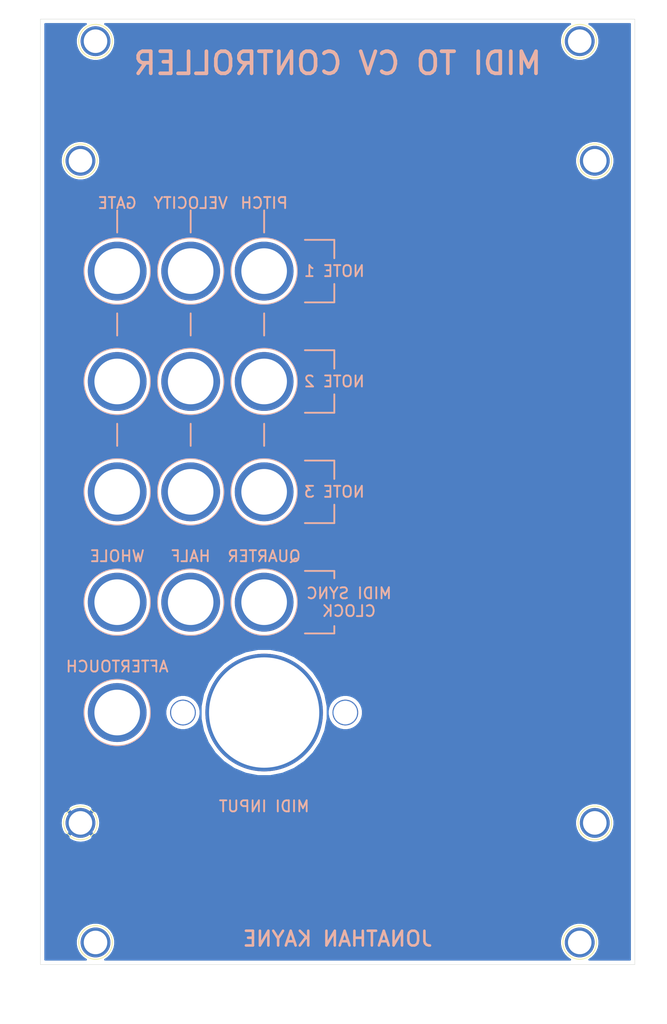
<source format=kicad_pcb>
(kicad_pcb (version 20171130) (host pcbnew "(5.1.0)-1")

  (general
    (thickness 1.6)
    (drawings 49)
    (tracks 0)
    (zones 0)
    (modules 23)
    (nets 22)
  )

  (page A4)
  (layers
    (0 F.Cu signal)
    (31 B.Cu signal)
    (32 B.Adhes user)
    (33 F.Adhes user)
    (34 B.Paste user)
    (35 F.Paste user)
    (36 B.SilkS user)
    (37 F.SilkS user)
    (38 B.Mask user)
    (39 F.Mask user)
    (40 Dwgs.User user)
    (41 Cmts.User user)
    (42 Eco1.User user)
    (43 Eco2.User user)
    (44 Edge.Cuts user)
    (45 Margin user)
    (46 B.CrtYd user)
    (47 F.CrtYd user)
    (48 B.Fab user)
    (49 F.Fab user)
  )

  (setup
    (last_trace_width 0.25)
    (trace_clearance 0.2)
    (zone_clearance 0.508)
    (zone_45_only no)
    (trace_min 0.2)
    (via_size 0.8)
    (via_drill 0.4)
    (via_min_size 0.4)
    (via_min_drill 0.3)
    (uvia_size 0.3)
    (uvia_drill 0.1)
    (uvias_allowed no)
    (uvia_min_size 0.2)
    (uvia_min_drill 0.1)
    (edge_width 0.05)
    (segment_width 0.2)
    (pcb_text_width 0.3)
    (pcb_text_size 1.5 1.5)
    (mod_edge_width 0.12)
    (mod_text_size 1 1)
    (mod_text_width 0.15)
    (pad_size 1.524 1.524)
    (pad_drill 0.762)
    (pad_to_mask_clearance 0.051)
    (solder_mask_min_width 0.25)
    (aux_axis_origin 0 0)
    (visible_elements FFFFFF7F)
    (pcbplotparams
      (layerselection 0x010f0_ffffffff)
      (usegerberextensions true)
      (usegerberattributes false)
      (usegerberadvancedattributes false)
      (creategerberjobfile false)
      (excludeedgelayer true)
      (linewidth 0.100000)
      (plotframeref false)
      (viasonmask false)
      (mode 1)
      (useauxorigin false)
      (hpglpennumber 1)
      (hpglpenspeed 20)
      (hpglpendiameter 15.000000)
      (psnegative false)
      (psa4output false)
      (plotreference true)
      (plotvalue true)
      (plotinvisibletext false)
      (padsonsilk false)
      (subtractmaskfromsilk false)
      (outputformat 1)
      (mirror false)
      (drillshape 0)
      (scaleselection 1)
      (outputdirectory "Gerber/"))
  )

  (net 0 "")
  (net 1 "Net-(CN1-Pad1)")
  (net 2 "Net-(CN2-Pad1)")
  (net 3 "Net-(CN3-Pad1)")
  (net 4 "Net-(CN4-Pad1)")
  (net 5 "Net-(CN5-Pad1)")
  (net 6 "Net-(CN6-Pad1)")
  (net 7 "Net-(CN7-Pad1)")
  (net 8 "Net-(CN8-Pad1)")
  (net 9 "Net-(CN9-Pad1)")
  (net 10 "Net-(CN10-Pad1)")
  (net 11 "Net-(CN11-Pad1)")
  (net 12 "Net-(CN12-Pad1)")
  (net 13 "Net-(CN13-Pad1)")
  (net 14 "Net-(CN14-Pad1)")
  (net 15 "Net-(CN15-Pad1)")
  (net 16 "Net-(CN16-Pad1)")
  (net 17 "Net-(CN17-Pad1)")
  (net 18 "Net-(CN18-Pad1)")
  (net 19 "Net-(CN19-Pad1)")
  (net 20 "Net-(CN20-Pad1)")
  (net 21 "Net-(CN21-Pad1)")

  (net_class Default "This is the default net class."
    (clearance 0.2)
    (trace_width 0.25)
    (via_dia 0.8)
    (via_drill 0.4)
    (uvia_dia 0.3)
    (uvia_drill 0.1)
    (add_net "Net-(CN1-Pad1)")
    (add_net "Net-(CN10-Pad1)")
    (add_net "Net-(CN11-Pad1)")
    (add_net "Net-(CN12-Pad1)")
    (add_net "Net-(CN13-Pad1)")
    (add_net "Net-(CN14-Pad1)")
    (add_net "Net-(CN15-Pad1)")
    (add_net "Net-(CN16-Pad1)")
    (add_net "Net-(CN17-Pad1)")
    (add_net "Net-(CN18-Pad1)")
    (add_net "Net-(CN19-Pad1)")
    (add_net "Net-(CN2-Pad1)")
    (add_net "Net-(CN20-Pad1)")
    (add_net "Net-(CN21-Pad1)")
    (add_net "Net-(CN3-Pad1)")
    (add_net "Net-(CN4-Pad1)")
    (add_net "Net-(CN5-Pad1)")
    (add_net "Net-(CN6-Pad1)")
    (add_net "Net-(CN7-Pad1)")
    (add_net "Net-(CN8-Pad1)")
    (add_net "Net-(CN9-Pad1)")
  )

  (module Synth:ChibiLogoLarge (layer B.Cu) (tedit 5CEEC0A7) (tstamp 5CEF49A0)
    (at 92 94.25 180)
    (fp_text reference G*** (at 0 0 180) (layer B.Fab) hide
      (effects (font (size 1.524 1.524) (thickness 0.3)) (justify mirror))
    )
    (fp_text value LOGO (at 0.75 0 180) (layer B.Fab) hide
      (effects (font (size 1.524 1.524) (thickness 0.3)) (justify mirror))
    )
    (fp_poly (pts (xy -5.678264 13.242862) (xy -5.558085 13.187023) (xy -5.426093 13.096036) (xy -5.286712 12.973143)
      (xy -5.14437 12.821584) (xy -5.003491 12.644599) (xy -4.868502 12.445431) (xy -4.813661 12.354278)
      (xy -4.772793 12.281035) (xy -4.748687 12.232407) (xy -4.745707 12.220374) (xy -4.767521 12.239646)
      (xy -4.82214 12.293075) (xy -4.903143 12.374233) (xy -5.004108 12.476689) (xy -5.108222 12.583324)
      (xy -5.274711 12.74872) (xy -5.422979 12.884385) (xy -5.549345 12.987515) (xy -5.650126 13.055302)
      (xy -5.721641 13.084943) (xy -5.756992 13.077721) (xy -5.779741 13.035288) (xy -5.80358 12.96433)
      (xy -5.806307 12.954) (xy -5.833134 12.879684) (xy -5.862234 12.861186) (xy -5.894649 12.898644)
      (xy -5.923854 12.969528) (xy -5.946912 13.051187) (xy -5.945334 13.110648) (xy -5.923658 13.167084)
      (xy -5.865476 13.236133) (xy -5.782203 13.260312) (xy -5.678264 13.242862)) (layer B.Mask) (width 0.01))
    (fp_poly (pts (xy -1.443239 14.998526) (xy -1.345764 14.979256) (xy -1.219248 14.944115) (xy -1.075086 14.896346)
      (xy -0.924671 14.839192) (xy -0.890597 14.825147) (xy -0.806745 14.785479) (xy -0.707574 14.73188)
      (xy -0.605154 14.6718) (xy -0.511553 14.61269) (xy -0.43884 14.561999) (xy -0.399083 14.527179)
      (xy -0.395111 14.519282) (xy -0.40557 14.508491) (xy -0.44202 14.518861) (xy -0.512079 14.553504)
      (xy -0.605029 14.605093) (xy -0.719703 14.664802) (xy -0.858117 14.72864) (xy -1.007664 14.791698)
      (xy -1.155735 14.849072) (xy -1.289723 14.895855) (xy -1.397018 14.92714) (xy -1.4605 14.937996)
      (xy -1.529315 14.947676) (xy -1.550469 14.967406) (xy -1.520189 14.991427) (xy -1.500281 14.998682)
      (xy -1.443239 14.998526)) (layer B.Mask) (width 0.01))
    (fp_poly (pts (xy 3.456203 13.548577) (xy 3.6139 13.543735) (xy 3.75567 13.535829) (xy 3.869468 13.52489)
      (xy 3.880555 13.523391) (xy 3.921355 13.515551) (xy 3.918381 13.509351) (xy 3.869108 13.504654)
      (xy 3.771012 13.501324) (xy 3.621566 13.499224) (xy 3.418245 13.498217) (xy 3.414889 13.49821)
      (xy 3.200097 13.498516) (xy 3.038527 13.500565) (xy 2.926975 13.504515) (xy 2.862241 13.510523)
      (xy 2.841122 13.518744) (xy 2.850444 13.525846) (xy 2.907078 13.536747) (xy 3.008017 13.544443)
      (xy 3.141215 13.54896) (xy 3.294626 13.550329) (xy 3.456203 13.548577)) (layer B.Mask) (width 0.01))
    (fp_poly (pts (xy 0.31354 13.330574) (xy 0.38907 13.313693) (xy 0.490704 13.28484) (xy 0.53878 13.26965)
      (xy 0.776111 13.192417) (xy 0.7701 12.861542) (xy 0.769734 12.73246) (xy 0.7732 12.626939)
      (xy 0.779873 12.556004) (xy 0.788915 12.530667) (xy 0.819429 12.552951) (xy 0.825524 12.565945)
      (xy 0.862806 12.59429) (xy 0.941306 12.601043) (xy 1.050697 12.587614) (xy 1.180651 12.555414)
      (xy 1.320842 12.505853) (xy 1.347718 12.494618) (xy 1.580658 12.394694) (xy 1.598597 12.469736)
      (xy 1.63865 12.592809) (xy 1.69833 12.724265) (xy 1.767761 12.845674) (xy 1.837071 12.938604)
      (xy 1.863748 12.96469) (xy 1.932723 13.015103) (xy 1.994919 13.033419) (xy 2.080263 13.028111)
      (xy 2.085338 13.027423) (xy 2.205331 13.000198) (xy 2.288381 12.96044) (xy 2.331117 12.914555)
      (xy 2.330164 12.868946) (xy 2.282151 12.830017) (xy 2.20146 12.806903) (xy 2.093828 12.768446)
      (xy 2.002017 12.689989) (xy 1.923097 12.567233) (xy 1.854135 12.395879) (xy 1.805455 12.226051)
      (xy 1.763581 12.019992) (xy 1.752898 11.851335) (xy 1.773453 11.71041) (xy 1.808384 11.619137)
      (xy 1.86099 11.509727) (xy 1.890049 11.43768) (xy 1.898509 11.390524) (xy 1.88932 11.355781)
      (xy 1.875663 11.334471) (xy 1.842137 11.302195) (xy 1.796972 11.299571) (xy 1.74221 11.314952)
      (xy 1.631635 11.374883) (xy 1.534221 11.468329) (xy 1.472999 11.571111) (xy 1.462018 11.652)
      (xy 1.470221 11.781119) (xy 1.481546 11.862721) (xy 1.497989 11.983556) (xy 1.500953 12.056998)
      (xy 1.490547 12.090437) (xy 1.484953 12.093737) (xy 1.412989 12.11394) (xy 1.311958 12.139194)
      (xy 1.19764 12.165941) (xy 1.085817 12.190624) (xy 0.992268 12.209688) (xy 0.932774 12.219576)
      (xy 0.923717 12.220222) (xy 0.887014 12.209762) (xy 0.882015 12.168112) (xy 0.886536 12.142611)
      (xy 0.896832 12.079592) (xy 0.910361 11.978545) (xy 0.924753 11.857606) (xy 0.92987 11.811)
      (xy 0.945964 11.684872) (xy 0.970338 11.523252) (xy 0.999828 11.345921) (xy 1.031275 11.172662)
      (xy 1.034947 11.153513) (xy 1.066461 10.985719) (xy 1.085606 10.863421) (xy 1.091499 10.776854)
      (xy 1.083259 10.71625) (xy 1.060002 10.671842) (xy 1.020845 10.633864) (xy 0.985595 10.607383)
      (xy 0.912699 10.567666) (xy 0.832435 10.542326) (xy 0.761009 10.533944) (xy 0.714627 10.5451)
      (xy 0.705555 10.562798) (xy 0.725225 10.604603) (xy 0.775533 10.665332) (xy 0.815237 10.704079)
      (xy 0.92492 10.80317) (xy 0.868152 11.095419) (xy 0.836122 11.300088) (xy 0.816568 11.526261)
      (xy 0.808132 11.790217) (xy 0.807859 11.817963) (xy 0.805537 11.966581) (xy 0.801457 12.092988)
      (xy 0.7961 12.187505) (xy 0.789946 12.240452) (xy 0.786482 12.248351) (xy 0.775665 12.222508)
      (xy 0.762977 12.153886) (xy 0.750783 12.055994) (xy 0.7482 12.029722) (xy 0.723788 11.854652)
      (xy 0.684128 11.728388) (xy 0.623042 11.644025) (xy 0.534348 11.594656) (xy 0.411868 11.573376)
      (xy 0.337781 11.571111) (xy 0.199337 11.579932) (xy 0.106797 11.60539) (xy 0.063203 11.645977)
      (xy 0.0716 11.700187) (xy 0.072879 11.702322) (xy 0.121664 11.745061) (xy 0.185768 11.771601)
      (xy 0.275473 11.79249) (xy 0.342902 11.807901) (xy 0.388342 11.826377) (xy 0.42361 11.863167)
      (xy 0.45016 11.924834) (xy 0.469451 12.01794) (xy 0.482939 12.149047) (xy 0.492081 12.324718)
      (xy 0.497281 12.503302) (xy 0.508657 12.998048) (xy 0.381328 13.123011) (xy 0.297986 13.212534)
      (xy 0.258989 13.275749) (xy 0.2618 13.317776) (xy 0.277724 13.332221) (xy 0.31354 13.330574)) (layer B.Mask) (width 0.01))
    (fp_poly (pts (xy -0.655728 9.689266) (xy -0.579682 9.637656) (xy -0.556665 9.621339) (xy -0.463185 9.559501)
      (xy -0.372331 9.51207) (xy -0.274675 9.477196) (xy -0.16079 9.453024) (xy -0.021247 9.437703)
      (xy 0.153382 9.42938) (xy 0.372524 9.426201) (xy 0.437444 9.42599) (xy 0.730621 9.422524)
      (xy 0.968314 9.413132) (xy 1.151184 9.397697) (xy 1.279893 9.376107) (xy 1.3551 9.348246)
      (xy 1.377468 9.313999) (xy 1.347657 9.273253) (xy 1.342217 9.2691) (xy 1.315324 9.256482)
      (xy 1.268825 9.246696) (xy 1.196535 9.239438) (xy 1.092267 9.234403) (xy 0.949835 9.231288)
      (xy 0.763055 9.22979) (xy 0.537883 9.229588) (xy 0.305111 9.230312) (xy 0.121136 9.232139)
      (xy -0.021683 9.235513) (xy -0.13099 9.24088) (xy -0.214427 9.248681) (xy -0.279636 9.259361)
      (xy -0.334261 9.273364) (xy -0.359899 9.281718) (xy -0.454781 9.320264) (xy -0.534807 9.362658)
      (xy -0.565422 9.384773) (xy -0.635063 9.462794) (xy -0.691702 9.552788) (xy -0.72495 9.63597)
      (xy -0.728745 9.680077) (xy -0.720093 9.707006) (xy -0.699142 9.711226) (xy -0.655728 9.689266)) (layer B.Mask) (width 0.01))
    (fp_poly (pts (xy 0.266113 8.800161) (xy 0.346951 8.787084) (xy 0.443179 8.769762) (xy 0.534869 8.751854)
      (xy 0.602092 8.73702) (xy 0.620098 8.73197) (xy 0.647484 8.716291) (xy 0.624377 8.694091)
      (xy 0.620098 8.691359) (xy 0.548913 8.670173) (xy 0.449712 8.667653) (xy 0.3473 8.682558)
      (xy 0.275166 8.708587) (xy 0.220804 8.747709) (xy 0.196565 8.783837) (xy 0.209657 8.804197)
      (xy 0.220594 8.805334) (xy 0.266113 8.800161)) (layer B.Mask) (width 0.01))
    (fp_poly (pts (xy -1.139073 26.058966) (xy -1.121834 26.048802) (xy -1.052549 26.012048) (xy -0.999721 25.993361)
      (xy -0.993559 25.992772) (xy -0.94232 25.974979) (xy -0.85952 25.926828) (xy -0.755405 25.855888)
      (xy -0.64022 25.769727) (xy -0.524211 25.675912) (xy -0.417622 25.582011) (xy -0.354598 25.520791)
      (xy -0.253664 25.410546) (xy -0.13958 25.275422) (xy -0.030624 25.137422) (xy 0.015336 25.075445)
      (xy 0.111615 24.929973) (xy 0.219916 24.746624) (xy 0.332487 24.540389) (xy 0.441578 24.32626)
      (xy 0.539438 24.119225) (xy 0.618313 23.934278) (xy 0.651755 23.844638) (xy 0.716353 23.658054)
      (xy 0.859121 23.742552) (xy 1.111555 23.87133) (xy 1.376235 23.963966) (xy 1.660345 24.021504)
      (xy 1.971069 24.044989) (xy 2.315589 24.035467) (xy 2.64244 24.001929) (xy 2.978415 23.951628)
      (xy 3.275 23.892129) (xy 3.549091 23.818452) (xy 3.817586 23.725617) (xy 4.09738 23.608644)
      (xy 4.303889 23.512207) (xy 4.802164 23.250456) (xy 5.246565 22.97246) (xy 5.637038 22.678261)
      (xy 5.973528 22.367903) (xy 6.25598 22.041428) (xy 6.346909 21.916372) (xy 6.541569 21.60414)
      (xy 6.728899 21.243985) (xy 6.90599 20.844254) (xy 7.069938 20.413294) (xy 7.217834 19.959451)
      (xy 7.346772 19.491075) (xy 7.453845 19.016511) (xy 7.536147 18.544107) (xy 7.546523 18.471445)
      (xy 7.586713 18.12339) (xy 7.615774 17.748484) (xy 7.633456 17.360717) (xy 7.639508 16.974082)
      (xy 7.63368 16.602569) (xy 7.615723 16.26017) (xy 7.590676 16.002) (xy 7.551561 15.737497)
      (xy 7.496087 15.436104) (xy 7.427893 15.113714) (xy 7.350616 14.786221) (xy 7.267896 14.46952)
      (xy 7.183371 14.179503) (xy 7.148566 14.070567) (xy 7.095386 13.927288) (xy 7.018902 13.746081)
      (xy 6.92435 13.537716) (xy 6.816966 13.312961) (xy 6.701988 13.082585) (xy 6.584652 12.857357)
      (xy 6.470195 12.648046) (xy 6.385632 12.501661) (xy 6.276159 12.325559) (xy 6.169431 12.168237)
      (xy 6.070993 12.036973) (xy 5.98639 11.939045) (xy 5.921167 11.88173) (xy 5.907494 11.874115)
      (xy 5.857026 11.83966) (xy 5.861144 11.806151) (xy 5.920556 11.772399) (xy 5.979803 11.752486)
      (xy 6.12384 11.68889) (xy 6.222089 11.5949) (xy 6.276696 11.467214) (xy 6.289808 11.302527)
      (xy 6.288525 11.277421) (xy 6.260422 11.103198) (xy 6.19618 10.931206) (xy 6.091619 10.753594)
      (xy 5.942558 10.56251) (xy 5.857002 10.466961) (xy 5.743372 10.339666) (xy 5.626088 10.200384)
      (xy 5.520583 10.067838) (xy 5.455382 9.979731) (xy 5.368786 9.865167) (xy 5.257625 9.730525)
      (xy 5.138019 9.594848) (xy 5.053422 9.504848) (xy 4.949206 9.399157) (xy 4.874441 9.328298)
      (xy 4.820073 9.285827) (xy 4.777051 9.265304) (xy 4.73632 9.260287) (xy 4.711819 9.261784)
      (xy 4.663823 9.264008) (xy 4.628781 9.253106) (xy 4.597119 9.21933) (xy 4.559265 9.15293)
      (xy 4.513017 9.059334) (xy 4.458874 8.957133) (xy 4.391885 8.844093) (xy 4.319394 8.731037)
      (xy 4.248744 8.628786) (xy 4.18728 8.548164) (xy 4.142344 8.499993) (xy 4.127558 8.491287)
      (xy 4.084839 8.485691) (xy 4.043342 8.481054) (xy 3.957681 8.451891) (xy 3.896042 8.380339)
      (xy 3.864129 8.30443) (xy 3.826126 8.208144) (xy 3.781141 8.117298) (xy 3.780502 8.116187)
      (xy 3.752707 8.055458) (xy 3.714261 7.954615) (xy 3.670267 7.827746) (xy 3.626324 7.690556)
      (xy 3.574119 7.521674) (xy 3.534888 7.399026) (xy 3.505456 7.31476) (xy 3.482647 7.261025)
      (xy 3.463287 7.22997) (xy 3.444201 7.213742) (xy 3.431043 7.207657) (xy 3.388927 7.213907)
      (xy 3.313813 7.244512) (xy 3.220194 7.29333) (xy 3.196844 7.306918) (xy 3.082663 7.370178)
      (xy 2.965983 7.427479) (xy 2.871254 7.466847) (xy 2.867836 7.468026) (xy 2.73225 7.514225)
      (xy 2.558514 7.393037) (xy 2.443433 7.313358) (xy 2.319173 7.228226) (xy 2.228516 7.166787)
      (xy 2.118281 7.09018) (xy 2.052592 7.036061) (xy 2.027486 6.998057) (xy 2.039004 6.96979)
      (xy 2.083184 6.944886) (xy 2.089119 6.942388) (xy 2.157427 6.900379) (xy 2.237082 6.832345)
      (xy 2.280076 6.787551) (xy 2.425083 6.6467) (xy 2.605668 6.508403) (xy 2.802247 6.387164)
      (xy 2.864746 6.354628) (xy 2.954007 6.318141) (xy 3.090218 6.272569) (xy 3.265011 6.220038)
      (xy 3.470016 6.162678) (xy 3.696864 6.102617) (xy 3.937187 6.041983) (xy 4.182615 5.982904)
      (xy 4.424779 5.927508) (xy 4.655311 5.877923) (xy 4.865841 5.836278) (xy 4.990674 5.814022)
      (xy 5.190453 5.778775) (xy 5.343056 5.747731) (xy 5.457379 5.718639) (xy 5.542321 5.689248)
      (xy 5.604507 5.658644) (xy 5.675754 5.610245) (xy 5.720852 5.566833) (xy 5.729111 5.548868)
      (xy 5.746637 5.510696) (xy 5.792761 5.44478) (xy 5.857799 5.364857) (xy 5.863166 5.358685)
      (xy 6.014321 5.176315) (xy 6.157259 4.983028) (xy 6.296611 4.771146) (xy 6.437004 4.532993)
      (xy 6.583069 4.260891) (xy 6.739433 3.947165) (xy 6.834266 3.748214) (xy 6.994817 3.398009)
      (xy 7.133249 3.07487) (xy 7.256538 2.760548) (xy 7.371662 2.436792) (xy 7.485596 2.085351)
      (xy 7.548094 1.880927) (xy 7.650099 1.551221) (xy 7.760989 1.209958) (xy 7.875787 0.871629)
      (xy 7.989514 0.550727) (xy 8.097194 0.261742) (xy 8.154242 0.116148) (xy 8.271926 -0.21715)
      (xy 8.344929 -0.523221) (xy 8.373177 -0.809426) (xy 8.356595 -1.083127) (xy 8.295108 -1.351684)
      (xy 8.188642 -1.622458) (xy 8.135487 -1.729156) (xy 8.033302 -1.909315) (xy 7.901038 -2.12033)
      (xy 7.746318 -2.351051) (xy 7.576764 -2.590329) (xy 7.399998 -2.827014) (xy 7.281333 -2.978582)
      (xy 7.18296 -3.101968) (xy 7.061002 -3.255445) (xy 6.926777 -3.42474) (xy 6.791603 -3.595583)
      (xy 6.692801 -3.720717) (xy 6.524721 -3.931897) (xy 6.384664 -4.102189) (xy 6.267244 -4.236199)
      (xy 6.167076 -4.338536) (xy 6.078773 -4.413805) (xy 5.99695 -4.466613) (xy 5.916221 -4.501568)
      (xy 5.831199 -4.523277) (xy 5.739621 -4.536026) (xy 5.650075 -4.548613) (xy 5.604043 -4.566542)
      (xy 5.588602 -4.595862) (xy 5.588 -4.606983) (xy 5.577622 -4.690658) (xy 5.549487 -4.811896)
      (xy 5.508096 -4.956391) (xy 5.457949 -5.109835) (xy 5.403546 -5.25792) (xy 5.349386 -5.386338)
      (xy 5.330541 -5.425545) (xy 5.22506 -5.603564) (xy 5.100168 -5.762697) (xy 4.964069 -5.89571)
      (xy 4.824963 -5.995368) (xy 4.691053 -6.054439) (xy 4.602328 -6.067778) (xy 4.507607 -6.042227)
      (xy 4.418666 -5.980983) (xy 4.319813 -5.894189) (xy 4.227184 -5.96354) (xy 4.088602 -6.054211)
      (xy 3.965376 -6.109189) (xy 3.881957 -6.124222) (xy 3.841438 -6.127852) (xy 3.819922 -6.147767)
      (xy 3.811392 -6.197507) (xy 3.809833 -6.2865) (xy 3.80504 -6.387888) (xy 3.792354 -6.522258)
      (xy 3.774077 -6.667075) (xy 3.764424 -6.731) (xy 3.745274 -6.878859) (xy 3.728889 -7.057852)
      (xy 3.717303 -7.242673) (xy 3.712959 -7.371421) (xy 3.707754 -7.542182) (xy 3.698512 -7.663248)
      (xy 3.684483 -7.741271) (xy 3.666792 -7.780643) (xy 3.555762 -7.917763) (xy 3.460882 -8.02171)
      (xy 3.367452 -8.106576) (xy 3.260767 -8.186454) (xy 3.201824 -8.226308) (xy 3.030785 -8.333008)
      (xy 2.831281 -8.447383) (xy 2.623124 -8.558745) (xy 2.42613 -8.656409) (xy 2.29547 -8.71515)
      (xy 2.149718 -8.776603) (xy 2.162247 -9.277801) (xy 2.167021 -9.450532) (xy 2.17234 -9.612873)
      (xy 2.177742 -9.752569) (xy 2.182762 -9.857365) (xy 2.186025 -9.906) (xy 2.190645 -10.025801)
      (xy 2.188415 -10.193535) (xy 2.179956 -10.401186) (xy 2.165888 -10.640737) (xy 2.146832 -10.904174)
      (xy 2.12341 -11.18348) (xy 2.096241 -11.470639) (xy 2.065946 -11.757637) (xy 2.033146 -12.036458)
      (xy 2.00355 -12.262555) (xy 1.974339 -12.496751) (xy 1.945444 -12.769836) (xy 1.91848 -13.06427)
      (xy 1.89506 -13.362511) (xy 1.877678 -13.631333) (xy 1.859875 -13.935237) (xy 1.843289 -14.194056)
      (xy 1.826898 -14.419102) (xy 1.809683 -14.62169) (xy 1.790623 -14.813134) (xy 1.768696 -15.004748)
      (xy 1.742881 -15.207846) (xy 1.720448 -15.373836) (xy 1.689588 -15.62201) (xy 1.672356 -15.830173)
      (xy 1.66897 -16.013145) (xy 1.679647 -16.185745) (xy 1.704606 -16.362791) (xy 1.737444 -16.528909)
      (xy 1.765634 -16.670788) (xy 1.797692 -16.85131) (xy 1.830738 -17.053077) (xy 1.861892 -17.258693)
      (xy 1.881487 -17.399) (xy 1.922383 -17.75944) (xy 1.94159 -18.080671) (xy 1.938138 -18.375985)
      (xy 1.91106 -18.658677) (xy 1.859384 -18.942041) (xy 1.782143 -19.23937) (xy 1.736431 -19.388666)
      (xy 1.691092 -19.551109) (xy 1.643656 -19.757879) (xy 1.596645 -19.997047) (xy 1.55258 -20.256687)
      (xy 1.551504 -20.263555) (xy 1.509846 -20.534441) (xy 1.477444 -20.757105) (xy 1.453627 -20.938887)
      (xy 1.437725 -21.087132) (xy 1.429067 -21.20918) (xy 1.426983 -21.312373) (xy 1.430804 -21.404055)
      (xy 1.439594 -21.489529) (xy 1.471814 -21.672413) (xy 1.523135 -21.886235) (xy 1.58787 -22.111221)
      (xy 1.660332 -22.327597) (xy 1.734373 -22.514542) (xy 1.798212 -22.675534) (xy 1.829773 -22.805292)
      (xy 1.828781 -22.919075) (xy 1.794964 -23.032141) (xy 1.728048 -23.159751) (xy 1.722646 -23.168748)
      (xy 1.688951 -23.22705) (xy 1.65938 -23.285934) (xy 1.632265 -23.351767) (xy 1.605943 -23.430915)
      (xy 1.578746 -23.529745) (xy 1.549011 -23.654624) (xy 1.51507 -23.811918) (xy 1.475258 -24.007993)
      (xy 1.42791 -24.249217) (xy 1.393636 -24.426333) (xy 1.364643 -24.570769) (xy 1.336353 -24.701424)
      (xy 1.311798 -24.804926) (xy 1.294013 -24.867908) (xy 1.292456 -24.872164) (xy 1.237913 -24.948411)
      (xy 1.151865 -25.007656) (xy 1.059253 -25.033033) (xy 1.054454 -25.033111) (xy 1.030842 -25.040731)
      (xy 1.04327 -25.069308) (xy 1.088331 -25.120356) (xy 1.186915 -25.216018) (xy 1.276333 -25.278339)
      (xy 1.375738 -25.31624) (xy 1.50428 -25.33864) (xy 1.571948 -25.345607) (xy 1.714413 -25.363166)
      (xy 1.817293 -25.388204) (xy 1.897365 -25.425161) (xy 1.915269 -25.436441) (xy 1.987908 -25.495944)
      (xy 2.080623 -25.587979) (xy 2.182811 -25.700103) (xy 2.283872 -25.81987) (xy 2.373204 -25.934838)
      (xy 2.440207 -26.032562) (xy 2.469321 -26.086796) (xy 2.503047 -26.220686) (xy 2.506468 -26.369975)
      (xy 2.480055 -26.508156) (xy 2.461033 -26.5548) (xy 2.384156 -26.656757) (xy 2.263231 -26.755505)
      (xy 2.110622 -26.846011) (xy 1.938695 -26.923241) (xy 1.759817 -26.982163) (xy 1.586354 -27.017743)
      (xy 1.43067 -27.024947) (xy 1.340555 -27.010873) (xy 1.253691 -26.984141) (xy 1.17388 -26.951436)
      (xy 1.087045 -26.905509) (xy 0.97911 -26.839112) (xy 0.876279 -26.77181) (xy 0.772527 -26.705119)
      (xy 0.684194 -26.652306) (xy 0.622988 -26.620158) (xy 0.60316 -26.613555) (xy 0.562004 -26.593297)
      (xy 0.517104 -26.548728) (xy 0.477098 -26.503481) (xy 0.432235 -26.467511) (xy 0.375294 -26.439289)
      (xy 0.29905 -26.417286) (xy 0.196281 -26.399975) (xy 0.059763 -26.385827) (xy -0.117727 -26.373313)
      (xy -0.343412 -26.360904) (xy -0.378957 -26.359103) (xy -0.617604 -26.345629) (xy -0.806474 -26.331242)
      (xy -0.952235 -26.314884) (xy -1.061553 -26.295496) (xy -1.141096 -26.272022) (xy -1.197531 -26.243403)
      (xy -1.220611 -26.225556) (xy -1.256417 -26.160115) (xy -1.269441 -26.058218) (xy -1.259852 -25.934977)
      (xy -1.227822 -25.805503) (xy -1.22499 -25.797759) (xy -0.918455 -25.797759) (xy -0.894849 -25.858991)
      (xy -0.840716 -25.894845) (xy -0.751778 -25.914725) (xy -0.729255 -25.917634) (xy -0.614295 -25.927821)
      (xy -0.479415 -25.934713) (xy -0.395111 -25.936467) (xy -0.23489 -25.945674) (xy -0.068689 -25.969656)
      (xy 0.086028 -26.004776) (xy 0.211796 -26.047395) (xy 0.264054 -26.073782) (xy 0.494401 -26.212792)
      (xy 0.688189 -26.322965) (xy 0.854586 -26.408556) (xy 1.002762 -26.473819) (xy 1.141883 -26.523008)
      (xy 1.281119 -26.560377) (xy 1.340555 -26.573308) (xy 1.487534 -26.599555) (xy 1.603743 -26.608489)
      (xy 1.712179 -26.599975) (xy 1.835839 -26.573881) (xy 1.849681 -26.570363) (xy 1.99272 -26.527092)
      (xy 2.120868 -26.476287) (xy 2.223939 -26.423149) (xy 2.291743 -26.372879) (xy 2.314222 -26.333196)
      (xy 2.292686 -26.263767) (xy 2.228681 -26.159523) (xy 2.123112 -26.02177) (xy 1.994069 -25.871075)
      (xy 1.882983 -25.752308) (xy 1.791857 -25.672758) (xy 1.708541 -25.625219) (xy 1.620888 -25.602486)
      (xy 1.532457 -25.59728) (xy 1.373469 -25.575482) (xy 1.223953 -25.516126) (xy 1.095255 -25.427289)
      (xy 0.998721 -25.317049) (xy 0.945699 -25.193484) (xy 0.942677 -25.17739) (xy 0.925831 -25.072038)
      (xy 0.568749 -25.070897) (xy 0.323263 -25.062903) (xy 0.096424 -25.041712) (xy -0.042334 -25.019486)
      (xy -0.192205 -24.994547) (xy -0.355941 -24.974625) (xy -0.501803 -24.963473) (xy -0.522111 -24.962732)
      (xy -0.635301 -24.957112) (xy -0.73074 -24.9481) (xy -0.790887 -24.937448) (xy -0.797278 -24.935215)
      (xy -0.822256 -24.929851) (xy -0.837069 -24.946917) (xy -0.84431 -24.996641) (xy -0.846571 -25.089252)
      (xy -0.846667 -25.130059) (xy -0.853261 -25.274681) (xy -0.870435 -25.435936) (xy -0.891199 -25.561528)
      (xy -0.915813 -25.70174) (xy -0.918455 -25.797759) (xy -1.22499 -25.797759) (xy -1.215505 -25.771834)
      (xy -1.147185 -25.539447) (xy -1.107745 -25.261456) (xy -1.097565 -25.061333) (xy -1.095965 -24.945155)
      (xy -1.098859 -24.874707) (xy -1.10861 -24.839316) (xy -1.127576 -24.828308) (xy -1.148821 -24.829568)
      (xy -1.210268 -24.810553) (xy -1.278902 -24.741098) (xy -1.318847 -24.684171) (xy -1.337666 -24.635099)
      (xy -1.338818 -24.573255) (xy -1.325761 -24.478012) (xy -1.324415 -24.469629) (xy -1.299429 -24.348526)
      (xy -1.265682 -24.226338) (xy -1.243474 -24.162988) (xy -1.200557 -24.055668) (xy -1.152149 -23.934367)
      (xy -1.131292 -23.882021) (xy -1.092761 -23.761551) (xy -1.091804 -23.673721) (xy -1.132031 -23.606087)
      (xy -1.217056 -23.546203) (xy -1.230946 -23.538679) (xy -1.324356 -23.482638) (xy -1.393382 -23.422185)
      (xy -1.438833 -23.350326) (xy -1.461519 -23.26007) (xy -1.462248 -23.144424) (xy -1.441829 -22.996397)
      (xy -1.401071 -22.808996) (xy -1.34191 -22.57942) (xy -1.276603 -22.333254) (xy -1.225366 -22.12866)
      (xy -1.186505 -21.953014) (xy -1.158327 -21.79369) (xy -1.139138 -21.638063) (xy -1.127244 -21.473507)
      (xy -1.120951 -21.287396) (xy -1.118566 -21.067105) (xy -1.118306 -20.912666) (xy -1.122406 -20.568409)
      (xy -1.135695 -20.267545) (xy -1.159779 -19.997537) (xy -1.196266 -19.745846) (xy -1.246761 -19.499933)
      (xy -1.312872 -19.247259) (xy -1.346119 -19.134666) (xy -1.420832 -18.887801) (xy -1.480261 -18.688192)
      (xy -1.525955 -18.529221) (xy -1.559467 -18.404272) (xy -1.582348 -18.306724) (xy -1.596149 -18.229961)
      (xy -1.602421 -18.167364) (xy -1.602717 -18.112316) (xy -1.598588 -18.058197) (xy -1.598553 -18.057857)
      (xy -1.567126 -17.883909) (xy -1.514485 -17.739111) (xy -1.445153 -17.634754) (xy -1.419622 -17.611303)
      (xy -1.350017 -17.556552) (xy -1.4278 -17.454573) (xy -1.493933 -17.333016) (xy -1.519383 -17.190917)
      (xy -1.504439 -17.021633) (xy -1.454731 -16.834555) (xy -1.391466 -16.60621) (xy -1.3504 -16.379774)
      (xy -1.333912 -16.171909) (xy -1.339962 -16.03065) (xy -1.350874 -15.964911) (xy -1.373102 -15.852316)
      (xy -1.404905 -15.700921) (xy -1.444544 -15.518782) (xy -1.490279 -15.313957) (xy -1.54037 -15.094502)
      (xy -1.565529 -14.986) (xy -1.620774 -14.745306) (xy -1.675509 -14.500098) (xy -1.727321 -14.26169)
      (xy -1.773795 -14.041391) (xy -1.812515 -13.850515) (xy -1.841068 -13.700373) (xy -1.846349 -13.670441)
      (xy -1.882322 -13.475172) (xy -1.926437 -13.255441) (xy -1.973202 -13.037653) (xy -2.017126 -12.848211)
      (xy -2.018725 -12.841685) (xy -2.085552 -12.553748) (xy -2.138682 -12.291518) (xy -2.176785 -12.062633)
      (xy -2.19853 -11.874731) (xy -2.203204 -11.782778) (xy -2.208545 -11.660823) (xy -2.221665 -11.593994)
      (xy -2.244882 -11.581934) (xy -2.280514 -11.624282) (xy -2.330877 -11.720679) (xy -2.349235 -11.760149)
      (xy -2.425062 -11.947116) (xy -2.504077 -12.181) (xy -2.583592 -12.452581) (xy -2.660922 -12.752638)
      (xy -2.733379 -13.071949) (xy -2.738267 -13.095111) (xy -2.777891 -13.274895) (xy -2.827377 -13.48614)
      (xy -2.881212 -13.705996) (xy -2.933882 -13.911615) (xy -2.949408 -13.97) (xy -2.996952 -14.153238)
      (xy -3.051085 -14.372342) (xy -3.107164 -14.607863) (xy -3.160544 -14.840353) (xy -3.199807 -15.018637)
      (xy -3.246796 -15.229988) (xy -3.303168 -15.471377) (xy -3.366539 -15.733563) (xy -3.434525 -16.007304)
      (xy -3.504742 -16.283356) (xy -3.574807 -16.552478) (xy -3.642336 -16.805427) (xy -3.704944 -17.03296)
      (xy -3.760248 -17.225836) (xy -3.805864 -17.374812) (xy -3.813772 -17.399) (xy -3.954292 -17.76932)
      (xy -4.123302 -18.113271) (xy -4.326824 -18.44017) (xy -4.570883 -18.759332) (xy -4.861501 -19.080076)
      (xy -4.973266 -19.192402) (xy -5.084051 -19.308111) (xy -5.17394 -19.420319) (xy -5.248669 -19.540108)
      (xy -5.313974 -19.678559) (xy -5.375591 -19.846754) (xy -5.439254 -20.055772) (xy -5.461956 -20.136555)
      (xy -5.528928 -20.373302) (xy -5.612186 -20.65884) (xy -5.7103 -20.988365) (xy -5.821839 -21.357078)
      (xy -5.945115 -21.759333) (xy -6.010381 -21.957741) (xy -6.070863 -22.110736) (xy -6.131208 -22.228555)
      (xy -6.196064 -22.321435) (xy -6.205305 -22.332489) (xy -6.236316 -22.40496) (xy -6.241089 -22.491136)
      (xy -6.246224 -22.592654) (xy -6.279116 -22.702243) (xy -6.344098 -22.830686) (xy -6.434786 -22.973064)
      (xy -6.574909 -23.204918) (xy -6.687354 -23.443245) (xy -6.764768 -23.671526) (xy -6.784982 -23.75998)
      (xy -6.807978 -23.864478) (xy -6.832037 -23.948045) (xy -6.852339 -23.994223) (xy -6.85418 -23.996357)
      (xy -6.894218 -24.021515) (xy -6.961237 -24.039235) (xy -7.063263 -24.050555) (xy -7.208324 -24.056515)
      (xy -7.330746 -24.058012) (xy -7.620048 -24.059444) (xy -7.620024 -24.403329) (xy -7.622441 -24.54481)
      (xy -7.629029 -24.672397) (xy -7.638768 -24.771676) (xy -7.650018 -24.826662) (xy -7.724063 -24.948038)
      (xy -7.849586 -25.063054) (xy -8.021722 -25.168728) (xy -8.235604 -25.26208) (xy -8.486367 -25.340127)
      (xy -8.488995 -25.340808) (xy -8.634092 -25.379085) (xy -8.741482 -25.411177) (xy -8.828245 -25.444481)
      (xy -8.911461 -25.486391) (xy -9.00821 -25.544302) (xy -9.112515 -25.610777) (xy -9.208714 -25.669916)
      (xy -9.286826 -25.707527) (xy -9.367567 -25.73026) (xy -9.471653 -25.744763) (xy -9.553222 -25.752221)
      (xy -9.747793 -25.766149) (xy -9.895849 -25.768449) (xy -10.00672 -25.755683) (xy -10.089739 -25.724414)
      (xy -10.154238 -25.671204) (xy -10.209547 -25.592614) (xy -10.262218 -25.491025) (xy -10.328464 -25.294333)
      (xy -10.344686 -25.092868) (xy -10.32349 -24.970984) (xy -10.132208 -24.970984) (xy -10.07895 -25.09377)
      (xy -10.006041 -25.219684) (xy -9.913931 -25.316148) (xy -9.81315 -25.374841) (xy -9.714224 -25.387445)
      (xy -9.708445 -25.386531) (xy -9.641703 -25.376723) (xy -9.543888 -25.364568) (xy -9.468556 -25.356172)
      (xy -9.166659 -25.302258) (xy -8.880257 -25.208284) (xy -8.623474 -25.079301) (xy -8.539028 -25.023876)
      (xy -8.482757 -24.989276) (xy -8.388307 -24.936626) (xy -8.268192 -24.872704) (xy -8.134923 -24.804286)
      (xy -8.115695 -24.794618) (xy -7.775222 -24.623889) (xy -7.754212 -24.355778) (xy -7.746243 -24.236269)
      (xy -7.742212 -24.137001) (xy -7.742566 -24.072128) (xy -7.744747 -24.056358) (xy -7.777071 -24.037043)
      (xy -7.854464 -24.013682) (xy -7.965893 -23.988441) (xy -8.100326 -23.963482) (xy -8.24673 -23.94097)
      (xy -8.394073 -23.923068) (xy -8.452556 -23.917532) (xy -8.582605 -23.900932) (xy -8.733924 -23.873634)
      (xy -8.873833 -23.841537) (xy -8.874292 -23.841416) (xy -9.098472 -23.782204) (xy -9.198847 -23.906387)
      (xy -9.253823 -23.9689) (xy -9.340069 -24.060414) (xy -9.44797 -24.171015) (xy -9.567913 -24.290787)
      (xy -9.639601 -24.360931) (xy -9.776276 -24.497947) (xy -9.895047 -24.625508) (xy -9.988271 -24.734984)
      (xy -10.048304 -24.817747) (xy -10.056094 -24.831137) (xy -10.132208 -24.970984) (xy -10.32349 -24.970984)
      (xy -10.310856 -24.898339) (xy -10.263952 -24.784849) (xy -10.188204 -24.669443) (xy -10.075263 -24.535529)
      (xy -9.936087 -24.394045) (xy -9.781637 -24.255931) (xy -9.622872 -24.132126) (xy -9.57971 -24.101904)
      (xy -9.468355 -24.020037) (xy -9.365144 -23.933494) (xy -9.279685 -23.851486) (xy -9.221584 -23.783224)
      (xy -9.200445 -23.738281) (xy -9.22201 -23.700832) (xy -9.27283 -23.655272) (xy -9.33209 -23.61955)
      (xy -9.343264 -23.615116) (xy -9.392046 -23.569746) (xy -9.426634 -23.47887) (xy -9.445767 -23.351926)
      (xy -9.448183 -23.19835) (xy -9.432618 -23.027581) (xy -9.426873 -22.989968) (xy -9.393386 -22.812584)
      (xy -9.352721 -22.663942) (xy -9.298428 -22.53219) (xy -9.224056 -22.405478) (xy -9.123153 -22.271954)
      (xy -8.989268 -22.119767) (xy -8.903253 -22.028038) (xy -8.662286 -21.774632) (xy -8.731128 -21.647038)
      (xy -8.800114 -21.495145) (xy -8.853483 -21.331058) (xy -8.884667 -21.177335) (xy -8.89 -21.101375)
      (xy -8.872591 -20.989554) (xy -8.816985 -20.877424) (xy -8.718113 -20.756679) (xy -8.624428 -20.66618)
      (xy -8.4759 -20.502184) (xy -8.344283 -20.293324) (xy -8.228482 -20.037129) (xy -8.127402 -19.731126)
      (xy -8.039948 -19.372842) (xy -8.029736 -19.323352) (xy -7.990581 -19.086623) (xy -7.959172 -18.800831)
      (xy -7.935451 -18.46472) (xy -7.919357 -18.077037) (xy -7.910828 -17.636527) (xy -7.909806 -17.141937)
      (xy -7.912057 -16.876889) (xy -7.91399 -16.631645) (xy -7.913856 -16.415807) (xy -7.911757 -16.234811)
      (xy -7.907793 -16.094089) (xy -7.902067 -15.999078) (xy -7.894913 -15.955711) (xy -7.849098 -15.895712)
      (xy -7.800327 -15.85922) (xy -7.750301 -15.821955) (xy -7.732889 -15.791448) (xy -7.740421 -15.753669)
      (xy -7.761005 -15.673071) (xy -7.79163 -15.560943) (xy -7.82928 -15.428576) (xy -7.835205 -15.408162)
      (xy -7.906372 -15.158431) (xy -7.963721 -14.94623) (xy -8.006273 -14.775503) (xy -8.033048 -14.650195)
      (xy -8.043066 -14.574252) (xy -8.043113 -14.571137) (xy -8.027907 -14.513569) (xy -7.988649 -14.432756)
      (xy -7.955028 -14.378208) (xy -7.84468 -14.180993) (xy -7.742737 -13.929494) (xy -7.649583 -13.625299)
      (xy -7.5656 -13.269995) (xy -7.491172 -12.865171) (xy -7.426681 -12.412414) (xy -7.380294 -11.994444)
      (xy -7.371874 -11.886871) (xy -7.36279 -11.73223) (xy -7.353258 -11.537822) (xy -7.343497 -11.31095)
      (xy -7.333724 -11.058914) (xy -7.324155 -10.789017) (xy -7.315009 -10.50856) (xy -7.306502 -10.224844)
      (xy -7.298852 -9.945172) (xy -7.292276 -9.676844) (xy -7.286992 -9.427163) (xy -7.283216 -9.203429)
      (xy -7.281167 -9.012945) (xy -7.281061 -8.863013) (xy -7.283115 -8.760933) (xy -7.283694 -8.748889)
      (xy -7.291995 -8.450662) (xy -7.281146 -8.193006) (xy -7.25033 -7.963111) (xy -7.22674 -7.85274)
      (xy -7.163698 -7.591592) (xy -7.250738 -7.473236) (xy -7.300595 -7.398218) (xy -7.332087 -7.336943)
      (xy -7.337778 -7.315087) (xy -7.356592 -7.286857) (xy -7.373056 -7.288295) (xy -7.416138 -7.30266)
      (xy -7.49646 -7.32828) (xy -7.597307 -7.35983) (xy -7.605889 -7.36249) (xy -7.714797 -7.396327)
      (xy -7.811449 -7.426532) (xy -7.875156 -7.446641) (xy -7.875729 -7.446824) (xy -7.974747 -7.455556)
      (xy -8.050153 -7.413722) (xy -8.094266 -7.33268) (xy -8.10268 -7.281054) (xy -8.10739 -7.233355)
      (xy -7.22454 -7.233355) (xy -6.998937 -7.468349) (xy -6.909681 -7.56369) (xy -6.837105 -7.645726)
      (xy -6.789076 -7.705255) (xy -6.773334 -7.732227) (xy -6.768735 -7.751052) (xy -6.748766 -7.758009)
      (xy -6.704164 -7.751658) (xy -6.625668 -7.730558) (xy -6.504019 -7.693269) (xy -6.485513 -7.687459)
      (xy -6.094679 -7.537796) (xy -5.709956 -7.338427) (xy -5.342618 -7.095851) (xy -5.054236 -6.862119)
      (xy -4.901472 -6.726175) (xy -4.950475 -6.531096) (xy -5.010308 -6.344486) (xy -5.090248 -6.169853)
      (xy -5.134277 -6.099332) (xy -3.137851 -6.099332) (xy -3.107084 -6.114692) (xy -3.031859 -6.147856)
      (xy -2.920052 -6.195483) (xy -2.77954 -6.254232) (xy -2.618198 -6.320763) (xy -2.552215 -6.347737)
      (xy -1.93973 -6.572927) (xy -1.323311 -6.751377) (xy -0.710645 -6.881203) (xy -0.10942 -6.960523)
      (xy -0.020541 -6.96796) (xy 0.15308 -6.984164) (xy 0.295612 -7.003107) (xy 0.398015 -7.023395)
      (xy 0.445126 -7.039741) (xy 0.500905 -7.069239) (xy 0.528977 -7.082609) (xy 0.529166 -7.082648)
      (xy 0.531801 -7.05662) (xy 0.533989 -6.984632) (xy 0.535525 -6.877168) (xy 0.536206 -6.744712)
      (xy 0.536222 -6.720239) (xy 0.536222 -6.356701) (xy 0.404006 -6.323408) (xy 0.284159 -6.294968)
      (xy 0.155599 -6.268378) (xy 0.006164 -6.241429) (xy -0.176306 -6.211915) (xy -0.376727 -6.181643)
      (xy -0.513545 -6.16043) (xy -0.629302 -6.140599) (xy -0.712986 -6.124174) (xy -0.753585 -6.11318)
      (xy -0.755375 -6.112033) (xy -0.743747 -6.100175) (xy -0.685015 -6.094034) (xy -0.58816 -6.092998)
      (xy -0.462167 -6.096457) (xy -0.316019 -6.103801) (xy -0.158699 -6.114417) (xy 0.00081 -6.127696)
      (xy 0.153523 -6.143025) (xy 0.290459 -6.159796) (xy 0.402633 -6.177395) (xy 0.481062 -6.195213)
      (xy 0.484788 -6.196368) (xy 0.503818 -6.200675) (xy 0.517674 -6.195058) (xy 0.526856 -6.172448)
      (xy 0.531865 -6.125779) (xy 0.533203 -6.047983) (xy 0.531371 -5.931993) (xy 0.526871 -5.770742)
      (xy 0.523249 -5.654134) (xy 0.515945 -5.45829) (xy 0.50651 -5.259782) (xy 0.495811 -5.073848)
      (xy 0.484716 -4.915728) (xy 0.475333 -4.811889) (xy 0.465898 -4.724079) (xy 1.990515 -4.724079)
      (xy 2.015172 -4.733212) (xy 2.072705 -4.736584) (xy 2.170626 -4.73458) (xy 2.316449 -4.727587)
      (xy 2.336177 -4.726505) (xy 2.475907 -4.720228) (xy 2.595909 -4.717557) (xy 2.684601 -4.718556)
      (xy 2.730401 -4.723284) (xy 2.732964 -4.724385) (xy 2.748203 -4.761109) (xy 2.732789 -4.82754)
      (xy 2.715592 -4.863455) (xy 2.684199 -4.906813) (xy 2.633451 -4.962751) (xy 2.558187 -5.036405)
      (xy 2.453246 -5.132911) (xy 2.31347 -5.257406) (xy 2.206665 -5.351238) (xy 2.106395 -5.439032)
      (xy 2.243974 -5.626405) (xy 2.311665 -5.713069) (xy 2.370489 -5.778484) (xy 2.41034 -5.811718)
      (xy 2.417113 -5.813778) (xy 2.453614 -5.793239) (xy 2.508526 -5.740618) (xy 2.545725 -5.697251)
      (xy 2.619833 -5.614959) (xy 2.707644 -5.532727) (xy 2.796292 -5.46096) (xy 2.87291 -5.410065)
      (xy 2.924634 -5.390447) (xy 2.925058 -5.390444) (xy 2.957537 -5.405956) (xy 2.949061 -5.448655)
      (xy 2.904513 -5.512789) (xy 2.828772 -5.592605) (xy 2.726722 -5.682351) (xy 2.603242 -5.776273)
      (xy 2.589389 -5.786034) (xy 2.517257 -5.838721) (xy 2.468592 -5.878555) (xy 2.455333 -5.893951)
      (xy 2.475248 -5.93033) (xy 2.519532 -5.975269) (xy 2.564995 -6.006929) (xy 2.579652 -6.011025)
      (xy 2.615689 -5.99875) (xy 2.690759 -5.96558) (xy 2.793792 -5.916615) (xy 2.910473 -5.858603)
      (xy 3.145629 -5.749613) (xy 3.34391 -5.68054) (xy 3.507988 -5.651026) (xy 3.640534 -5.660713)
      (xy 3.744218 -5.709242) (xy 3.780451 -5.74181) (xy 3.83259 -5.817439) (xy 3.862576 -5.893527)
      (xy 3.880555 -5.976964) (xy 4.066889 -5.893466) (xy 4.253222 -5.809968) (xy 4.10008 -5.581172)
      (xy 3.985852 -5.396114) (xy 3.863528 -5.172963) (xy 3.741026 -4.927749) (xy 3.626264 -4.676502)
      (xy 3.527161 -4.435255) (xy 3.505106 -4.376608) (xy 3.456885 -4.24779) (xy 3.42068 -4.161614)
      (xy 3.389576 -4.10755) (xy 3.356658 -4.075063) (xy 3.315013 -4.053621) (xy 3.285936 -4.042739)
      (xy 3.152577 -4.018202) (xy 2.988664 -4.023092) (xy 2.80944 -4.053842) (xy 2.630151 -4.106887)
      (xy 2.46604 -4.178661) (xy 2.332351 -4.265599) (xy 2.332029 -4.265864) (xy 2.254265 -4.343384)
      (xy 2.162205 -4.455829) (xy 2.067531 -4.588012) (xy 1.99122 -4.708799) (xy 1.990515 -4.724079)
      (xy 0.465898 -4.724079) (xy 0.445007 -4.529666) (xy -0.09571 -4.521174) (xy -0.269023 -4.519764)
      (xy -0.426508 -4.52094) (xy -0.558058 -4.524432) (xy -0.653565 -4.529969) (xy -0.70292 -4.537282)
      (xy -0.703286 -4.537414) (xy -0.736681 -4.552775) (xy -0.740293 -4.570286) (xy -0.70812 -4.598459)
      (xy -0.634163 -4.645806) (xy -0.621305 -4.653729) (xy -0.534155 -4.714307) (xy -0.499619 -4.755502)
      (xy -0.516971 -4.776388) (xy -0.585485 -4.776038) (xy -0.700349 -4.754483) (xy -0.866541 -4.707654)
      (xy -0.982755 -4.65511) (xy -1.055413 -4.593474) (xy -1.078743 -4.555335) (xy -1.095459 -4.495391)
      (xy -1.072078 -4.447301) (xy -1.054904 -4.429027) (xy -0.977114 -4.383463) (xy -0.854012 -4.35086)
      (xy -0.695328 -4.331685) (xy -0.510793 -4.326404) (xy -0.310139 -4.335483) (xy -0.103097 -4.35939)
      (xy 0.005707 -4.378194) (xy 0.123188 -4.392649) (xy 0.243334 -4.394641) (xy 0.297717 -4.389823)
      (xy 0.376686 -4.375009) (xy 0.411894 -4.356172) (xy 0.415819 -4.324477) (xy 0.412137 -4.308805)
      (xy 0.403201 -4.259978) (xy 0.389741 -4.16659) (xy 0.373295 -4.040199) (xy 0.355403 -3.892363)
      (xy 0.347088 -3.820142) (xy 0.327574 -3.635192) (xy 0.316242 -3.485433) (xy 0.312761 -3.350257)
      (xy 0.316802 -3.209056) (xy 0.328034 -3.041222) (xy 0.333511 -2.973476) (xy 0.420944 -2.188711)
      (xy 0.554195 -1.395516) (xy 0.695373 -0.761748) (xy 3.044199 -0.761748) (xy 3.103848 -1.403868)
      (xy 3.125718 -1.625646) (xy 3.153326 -1.884653) (xy 3.184552 -2.162223) (xy 3.217277 -2.439689)
      (xy 3.249382 -2.698384) (xy 3.260971 -2.787826) (xy 3.286991 -2.986974) (xy 3.310393 -3.168231)
      (xy 3.330207 -3.323916) (xy 3.345466 -3.446347) (xy 3.355198 -3.527843) (xy 3.358444 -3.560399)
      (xy 3.365557 -3.575601) (xy 3.388904 -3.563587) (xy 3.431502 -3.520896) (xy 3.496365 -3.444068)
      (xy 3.586509 -3.329642) (xy 3.704948 -3.17416) (xy 3.767109 -3.09144) (xy 3.896943 -2.920755)
      (xy 4.043863 -2.731848) (xy 4.193504 -2.542939) (xy 4.331497 -2.372246) (xy 4.39205 -2.298929)
      (xy 4.503319 -2.16528) (xy 4.610663 -2.035945) (xy 4.705101 -1.921773) (xy 4.777653 -1.833611)
      (xy 4.806723 -1.797984) (xy 4.870074 -1.727236) (xy 4.9247 -1.679039) (xy 4.953224 -1.665111)
      (xy 4.999796 -1.648119) (xy 5.010797 -1.594594) (xy 4.986785 -1.500712) (xy 4.979932 -1.482215)
      (xy 4.946445 -1.334647) (xy 4.966616 -1.202086) (xy 5.041633 -1.079058) (xy 5.075285 -1.042919)
      (xy 5.142891 -0.980955) (xy 5.200233 -0.937307) (xy 5.221109 -0.926284) (xy 5.239041 -0.908545)
      (xy 5.222747 -0.871002) (xy 5.173134 -0.809665) (xy 5.112677 -0.73077) (xy 5.033199 -0.612464)
      (xy 4.941222 -0.465669) (xy 4.843268 -0.301309) (xy 4.745858 -0.130306) (xy 4.655514 0.036416)
      (xy 4.584316 0.176485) (xy 4.531093 0.297269) (xy 4.465922 0.464197) (xy 4.39171 0.66896)
      (xy 4.311362 0.903246) (xy 4.227786 1.158747) (xy 4.143887 1.42715) (xy 4.123696 1.493656)
      (xy 4.111301 1.520136) (xy 4.095784 1.514313) (xy 4.073001 1.469731) (xy 4.038806 1.379936)
      (xy 4.024011 1.338434) (xy 3.977243 1.214996) (xy 3.911255 1.05321) (xy 3.830372 0.862656)
      (xy 3.738922 0.652913) (xy 3.641231 0.433561) (xy 3.541625 0.214181) (xy 3.444432 0.004352)
      (xy 3.353976 -0.186347) (xy 3.274586 -0.348335) (xy 3.210587 -0.472032) (xy 3.188203 -0.512232)
      (xy 3.044199 -0.761748) (xy 0.695373 -0.761748) (xy 0.734864 -0.58447) (xy 0.746947 -0.536222)
      (xy 0.861874 -0.04084) (xy 0.967825 0.493833) (xy 1.06189 1.050973) (xy 1.141156 1.613753)
      (xy 1.18646 2.003778) (xy 1.200522 2.112634) (xy 1.223959 2.265768) (xy 1.254892 2.452151)
      (xy 1.291442 2.66075) (xy 1.331731 2.880533) (xy 1.369134 3.076222) (xy 1.413749 3.31305)
      (xy 1.45813 3.563524) (xy 1.499869 3.812952) (xy 1.536556 4.046636) (xy 1.565783 4.249884)
      (xy 1.58032 4.364521) (xy 1.600392 4.543221) (xy 1.614643 4.692381) (xy 1.623465 4.8262)
      (xy 1.62725 4.958879) (xy 1.626391 5.104617) (xy 1.621281 5.277614) (xy 1.612311 5.49207)
      (xy 1.611791 5.503624) (xy 1.603171 5.685585) (xy 1.594693 5.847706) (xy 1.58685 5.981807)
      (xy 1.580136 6.079708) (xy 1.575044 6.133227) (xy 1.573355 6.140719) (xy 1.554213 6.124048)
      (xy 1.512865 6.070675) (xy 1.457578 5.991411) (xy 1.446819 5.975282) (xy 1.377756 5.880094)
      (xy 1.283212 5.761834) (xy 1.17727 5.637688) (xy 1.101983 5.55446) (xy 0.91903 5.376649)
      (xy 0.747283 5.250887) (xy 0.580967 5.175395) (xy 0.414304 5.148394) (xy 0.241517 5.168103)
      (xy 0.05715 5.232599) (xy -0.02146 5.273145) (xy -0.132643 5.337552) (xy -0.267193 5.419784)
      (xy -0.415902 5.513803) (xy -0.569563 5.613573) (xy -0.718971 5.713057) (xy -0.854919 5.806219)
      (xy -0.968199 5.887022) (xy -1.049606 5.949429) (xy -1.085221 5.981637) (xy -1.135466 6.026788)
      (xy -1.168306 6.037781) (xy -1.173376 6.01188) (xy -1.170971 6.004278) (xy -1.162714 5.965838)
      (xy -1.147747 5.881494) (xy -1.127727 5.761164) (xy -1.104314 5.614766) (xy -1.084819 5.489222)
      (xy -0.999618 4.97654) (xy -0.901553 4.4622) (xy -0.793428 3.958811) (xy -0.678047 3.478982)
      (xy -0.558212 3.035324) (xy -0.484385 2.788676) (xy -0.444 2.657311) (xy -0.414996 2.552971)
      (xy -0.395353 2.461238) (xy -0.383052 2.367695) (xy -0.376073 2.257923) (xy -0.372398 2.117506)
      (xy -0.370504 1.975556) (xy -0.365137 1.509889) (xy -0.531681 1.030111) (xy -0.600716 0.832611)
      (xy -0.67816 0.613285) (xy -0.756194 0.39415) (xy -0.826997 0.197223) (xy -0.852489 0.127)
      (xy -0.901582 -0.008916) (xy -0.965313 -0.187186) (xy -1.039798 -0.396844) (xy -1.121155 -0.626925)
      (xy -1.205499 -0.866463) (xy -1.288947 -1.104494) (xy -1.312266 -1.171222) (xy -1.447701 -1.553513)
      (xy -1.582484 -1.921961) (xy -1.721749 -2.289936) (xy -1.870628 -2.67081) (xy -2.034252 -3.077952)
      (xy -2.188389 -3.453766) (xy -2.224398 -3.545899) (xy -2.274853 -3.682116) (xy -2.336384 -3.852943)
      (xy -2.405617 -4.048907) (xy -2.479182 -4.260533) (xy -2.553706 -4.478349) (xy -2.566694 -4.516689)
      (xy -2.841455 -5.329067) (xy -2.65545 -5.359238) (xy -2.463434 -5.387845) (xy -2.226588 -5.418974)
      (xy -1.956394 -5.451262) (xy -1.664333 -5.483342) (xy -1.361887 -5.513852) (xy -1.325791 -5.517309)
      (xy -1.127681 -5.536656) (xy -0.978922 -5.552721) (xy -0.872612 -5.566836) (xy -0.801848 -5.580337)
      (xy -0.759725 -5.594558) (xy -0.73934 -5.610832) (xy -0.73379 -5.630494) (xy -0.733778 -5.631723)
      (xy -0.741904 -5.657115) (xy -0.770343 -5.675842) (xy -0.825188 -5.688414) (xy -0.912534 -5.695339)
      (xy -1.038473 -5.697128) (xy -1.209098 -5.694289) (xy -1.408391 -5.688112) (xy -1.714018 -5.675915)
      (xy -1.969099 -5.662027) (xy -2.179529 -5.645592) (xy -2.351199 -5.625753) (xy -2.490004 -5.601655)
      (xy -2.601837 -5.572443) (xy -2.69259 -5.53726) (xy -2.768157 -5.495251) (xy -2.776979 -5.489375)
      (xy -2.841858 -5.448044) (xy -2.875981 -5.437876) (xy -2.893882 -5.456347) (xy -2.89869 -5.468253)
      (xy -2.916835 -5.513613) (xy -2.951721 -5.597739) (xy -2.997873 -5.70751) (xy -3.036968 -5.799666)
      (xy -3.083999 -5.915526) (xy -3.11871 -6.011706) (xy -3.137299 -6.07691) (xy -3.137851 -6.099332)
      (xy -5.134277 -6.099332) (xy -5.182254 -6.022489) (xy -5.268889 -5.925672) (xy -5.347569 -5.864583)
      (xy -5.396447 -5.844442) (xy -5.412656 -5.865956) (xy -5.40796 -5.891389) (xy -5.390283 -5.995252)
      (xy -5.390956 -6.108377) (xy -5.407152 -6.216885) (xy -5.436041 -6.306901) (xy -5.474798 -6.364548)
      (xy -5.507178 -6.378222) (xy -5.550731 -6.391132) (xy -5.632336 -6.426168) (xy -5.740844 -6.477787)
      (xy -5.865109 -6.540448) (xy -5.993982 -6.608607) (xy -6.116317 -6.676722) (xy -6.166556 -6.706056)
      (xy -6.262013 -6.759636) (xy -6.394346 -6.829558) (xy -6.549208 -6.908453) (xy -6.712252 -6.988954)
      (xy -6.794326 -7.028441) (xy -7.22454 -7.233355) (xy -8.10739 -7.233355) (xy -8.112557 -7.181035)
      (xy -8.123345 -7.040637) (xy -8.134496 -6.867875) (xy -8.145458 -6.670764) (xy -8.155683 -6.45732)
      (xy -8.158 -6.40377) (xy -8.193354 -5.56854) (xy -8.319682 -5.488618) (xy -8.452813 -5.375588)
      (xy -8.560222 -5.228085) (xy -8.635405 -5.060522) (xy -8.671857 -4.887311) (xy -8.663771 -4.726145)
      (xy -8.627625 -4.550564) (xy -8.60264 -4.41908) (xy -8.58805 -4.320621) (xy -8.583089 -4.244113)
      (xy -8.586989 -4.178486) (xy -8.598985 -4.112666) (xy -8.616454 -4.042649) (xy -8.642659 -3.964293)
      (xy -8.689809 -3.845035) (xy -8.753739 -3.694526) (xy -8.830283 -3.522413) (xy -8.915275 -3.338347)
      (xy -8.972023 -3.219052) (xy -9.119364 -2.911317) (xy -9.24488 -2.644745) (xy -9.35241 -2.410231)
      (xy -9.445795 -2.198666) (xy -9.528876 -2.000944) (xy -9.605491 -1.807955) (xy -9.679483 -1.610594)
      (xy -9.706569 -1.534658) (xy -6.514365 -1.534658) (xy -6.503518 -1.589638) (xy -6.470861 -1.671095)
      (xy -6.414075 -1.786063) (xy -6.330839 -1.94157) (xy -6.319192 -1.96287) (xy -6.154041 -2.274658)
      (xy -6.020768 -2.549716) (xy -5.916141 -2.795507) (xy -5.836925 -3.019494) (xy -5.79115 -3.182055)
      (xy -5.76091 -3.300571) (xy -5.73524 -3.395589) (xy -5.717284 -3.455802) (xy -5.710682 -3.471333)
      (xy -5.689016 -3.452377) (xy -5.634001 -3.399714) (xy -5.552098 -3.319657) (xy -5.449766 -3.218516)
      (xy -5.341709 -3.110849) (xy -5.097589 -2.852727) (xy -4.880315 -2.594733) (xy -4.696507 -2.345415)
      (xy -4.552785 -2.113325) (xy -4.517355 -2.046111) (xy -4.471966 -1.938648) (xy -4.425334 -1.800189)
      (xy -4.385505 -1.655413) (xy -4.375039 -1.609587) (xy -4.346672 -1.490313) (xy -4.317648 -1.390206)
      (xy -4.292346 -1.323487) (xy -4.28157 -1.306141) (xy -4.233333 -1.276489) (xy -4.154653 -1.24458)
      (xy -4.11967 -1.233508) (xy -4.040797 -1.205995) (xy -4.000334 -1.172558) (xy -3.981239 -1.116731)
      (xy -3.977627 -1.096243) (xy -3.973528 -1.01747) (xy -3.977573 -0.893872) (xy -3.988552 -0.736288)
      (xy -4.005255 -0.555558) (xy -4.026472 -0.362519) (xy -4.050995 -0.168012) (xy -4.077614 0.017124)
      (xy -4.105119 0.18205) (xy -4.132301 0.315928) (xy -4.137751 0.338667) (xy -4.180195 0.495598)
      (xy -4.231492 0.664585) (xy -4.283126 0.818187) (xy -4.304168 0.874889) (xy -4.347626 0.987988)
      (xy -4.384577 1.085707) (xy -4.409238 1.152687) (xy -4.414556 1.168009) (xy -4.420944 1.189823)
      (xy -4.4282 1.202999) (xy -4.44282 1.203206) (xy -4.471303 1.186109) (xy -4.520146 1.147377)
      (xy -4.595848 1.082676) (xy -4.704907 0.987674) (xy -4.769556 0.931307) (xy -4.864329 0.846495)
      (xy -4.988758 0.731811) (xy -5.132377 0.597085) (xy -5.284721 0.452147) (xy -5.435323 0.306828)
      (xy -5.461 0.281817) (xy -5.681802 0.06866) (xy -5.868513 -0.106416) (xy -6.02521 -0.246912)
      (xy -6.155967 -0.356333) (xy -6.264861 -0.438182) (xy -6.355967 -0.495963) (xy -6.382094 -0.509975)
      (xy -6.494844 -0.567496) (xy -6.426242 -0.621458) (xy -6.351501 -0.703821) (xy -6.309211 -0.81272)
      (xy -6.296484 -0.957802) (xy -6.300025 -1.043089) (xy -6.323125 -1.192137) (xy -6.36669 -1.324273)
      (xy -6.424926 -1.425557) (xy -6.479918 -1.476013) (xy -6.505725 -1.499127) (xy -6.514365 -1.534658)
      (xy -9.706569 -1.534658) (xy -9.75469 -1.399753) (xy -9.824068 -1.198357) (xy -9.906536 -0.952603)
      (xy -9.970144 -0.752155) (xy -10.015822 -0.589456) (xy -10.044501 -0.456952) (xy -10.057113 -0.347086)
      (xy -10.054589 -0.252303) (xy -10.03786 -0.165048) (xy -10.007857 -0.077764) (xy -9.972135 0.003109)
      (xy -9.904091 0.120905) (xy -9.793425 0.275515) (xy -9.640219 0.466841) (xy -9.444554 0.694784)
      (xy -9.206509 0.959246) (xy -9.03628 1.143) (xy -8.813159 1.39396) (xy -8.574722 1.684334)
      (xy -8.329546 2.002398) (xy -8.086209 2.33643) (xy -7.853289 2.674706) (xy -7.639364 3.005502)
      (xy -7.48044 3.269328) (xy -7.402553 3.399133) (xy -7.313374 3.540777) (xy -7.232125 3.663737)
      (xy -7.231643 3.664439) (xy -7.112095 3.830616) (xy -7.008791 3.952404) (xy -6.913012 4.03604)
      (xy -6.816041 4.087761) (xy -6.709161 4.113803) (xy -6.594238 4.120445) (xy -6.49392 4.125904)
      (xy -6.433387 4.145232) (xy -6.402831 4.17381) (xy -6.361594 4.226631) (xy -6.291072 4.312802)
      (xy -6.199051 4.423107) (xy -6.09332 4.548331) (xy -5.981664 4.679261) (xy -5.871871 4.806681)
      (xy -5.771727 4.921378) (xy -5.756275 4.938889) (xy -5.672132 5.037225) (xy -5.565323 5.166738)
      (xy -5.447125 5.313507) (xy -5.328814 5.463611) (xy -5.276219 5.531556) (xy -5.154643 5.682868)
      (xy -5.006304 5.856962) (xy -4.845396 6.037778) (xy -4.686111 6.209259) (xy -4.587145 6.311155)
      (xy -4.439267 6.45823) (xy -4.32058 6.571416) (xy -4.221962 6.658275) (xy -4.134293 6.726367)
      (xy -4.048452 6.783256) (xy -3.955316 6.836502) (xy -3.949945 6.839397) (xy -3.771699 6.927808)
      (xy -3.727904 6.94454) (xy -1.467556 6.94454) (xy -1.456641 6.909479) (xy -1.42792 6.838174)
      (xy -1.387424 6.745543) (xy -1.384154 6.738313) (xy -1.335462 6.622098) (xy -1.292258 6.503839)
      (xy -1.26725 6.421325) (xy -1.235686 6.33026) (xy -1.185155 6.260887) (xy -1.103707 6.193495)
      (xy -1.012525 6.130232) (xy -0.888415 6.048625) (xy -0.74074 5.954393) (xy -0.578863 5.853253)
      (xy -0.412147 5.750924) (xy -0.249956 5.653124) (xy -0.101651 5.565573) (xy 0.023404 5.493987)
      (xy 0.115846 5.444086) (xy 0.150635 5.427416) (xy 0.31374 5.378096) (xy 0.477889 5.365809)
      (xy 0.624924 5.391254) (xy 0.665744 5.407644) (xy 0.739176 5.456587) (xy 0.836999 5.541784)
      (xy 0.950448 5.653809) (xy 1.070761 5.783235) (xy 1.189173 5.920633) (xy 1.296922 6.056576)
      (xy 1.385244 6.181638) (xy 1.385285 6.181702) (xy 1.45618 6.294089) (xy 1.499992 6.375126)
      (xy 1.522485 6.439368) (xy 1.529425 6.501367) (xy 1.528531 6.543347) (xy 1.518445 6.675486)
      (xy 1.50032 6.764753) (xy 1.468957 6.824648) (xy 1.419158 6.86867) (xy 1.398189 6.881782)
      (xy 1.304345 6.937151) (xy 1.228091 6.757731) (xy 1.167501 6.630559) (xy 1.114772 6.551179)
      (xy 1.072007 6.52231) (xy 1.052117 6.530253) (xy 1.043789 6.571205) (xy 1.048768 6.655179)
      (xy 1.064964 6.770895) (xy 1.090284 6.907072) (xy 1.122634 7.052431) (xy 1.159923 7.19569)
      (xy 1.199157 7.322932) (xy 1.237572 7.439526) (xy 1.26652 7.53471) (xy 1.282644 7.596959)
      (xy 1.284247 7.61516) (xy 1.255437 7.609907) (xy 1.182117 7.5887) (xy 1.073033 7.554288)
      (xy 0.936932 7.50942) (xy 0.803516 7.464075) (xy 0.333525 7.30225) (xy -0.023738 7.317086)
      (xy -0.267244 7.335091) (xy -0.472981 7.369536) (xy -0.65825 7.424479) (xy -0.840349 7.503974)
      (xy -0.857206 7.512488) (xy -0.966904 7.568452) (xy -0.947755 7.492156) (xy -0.918836 7.362473)
      (xy -0.906651 7.257012) (xy -0.909027 7.146808) (xy -0.916097 7.070448) (xy -0.932471 6.960221)
      (xy -0.953328 6.900846) (xy -0.975376 6.886222) (xy -1.010972 6.910306) (xy -1.03285 6.95764)
      (xy -1.061262 7.01129) (xy -1.096887 7.016396) (xy -1.149412 7.006333) (xy -1.235945 6.993798)
      (xy -1.305278 6.985281) (xy -1.392354 6.971875) (xy -1.451254 6.956101) (xy -1.467556 6.94454)
      (xy -3.727904 6.94454) (xy -3.606766 6.99082) (xy -3.438715 7.03227) (xy -3.251115 7.055994)
      (xy -3.027534 7.06583) (xy -2.977445 7.066464) (xy -2.818667 7.066582) (xy -2.661169 7.064508)
      (xy -2.523637 7.060614) (xy -2.428361 7.055556) (xy -2.246166 7.041445) (xy -2.219517 7.133689)
      (xy -2.208651 7.181053) (xy -2.213096 7.219597) (xy -2.240023 7.261522) (xy -2.296605 7.31903)
      (xy -2.365617 7.382262) (xy -2.462197 7.476638) (xy -2.573798 7.596284) (xy -2.681929 7.721053)
      (xy -2.723471 7.772167) (xy -2.809734 7.876949) (xy -2.892678 7.970655) (xy -2.96062 8.040419)
      (xy -2.990642 8.066418) (xy -3.045655 8.104196) (xy -3.07252 8.108509) (xy -3.087326 8.080952)
      (xy -3.088874 8.076154) (xy -3.123665 8.016338) (xy -3.187338 7.946362) (xy -3.268156 7.875086)
      (xy -3.354376 7.811368) (xy -3.43426 7.764067) (xy -3.496067 7.742041) (xy -3.523938 7.747864)
      (xy -3.531445 7.780262) (xy -3.540717 7.857072) (xy -3.550505 7.966337) (xy -3.558521 8.07928)
      (xy -3.581987 8.303979) (xy -3.62566 8.569813) (xy -3.687425 8.866072) (xy -3.765172 9.182044)
      (xy -3.804707 9.327445) (xy -3.849156 9.453909) (xy -3.912579 9.595739) (xy -3.981265 9.72228)
      (xy -3.981434 9.722556) (xy -4.048961 9.840049) (xy -4.125493 9.984936) (xy -4.198192 10.132566)
      (xy -4.223937 10.188222) (xy -4.285758 10.319031) (xy -4.337094 10.409901) (xy -4.386925 10.473874)
      (xy -4.444231 10.523994) (xy -4.465564 10.539203) (xy -4.674393 10.693234) (xy -4.901975 10.879407)
      (xy -5.13982 11.089333) (xy -5.379437 11.314627) (xy -5.612333 11.546901) (xy -5.830016 11.777769)
      (xy -6.023996 11.998843) (xy -6.185781 12.201737) (xy -6.271873 12.323234) (xy -6.391887 12.517037)
      (xy -6.476289 12.687498) (xy -6.530772 12.849748) (xy -6.561023 13.018919) (xy -6.568994 13.113397)
      (xy -6.569791 13.133609) (xy -6.329583 13.133609) (xy -6.325883 13.023218) (xy -6.312784 12.934198)
      (xy -6.284804 12.845258) (xy -6.236465 12.735105) (xy -6.216015 12.692341) (xy -6.146883 12.560683)
      (xy -6.066155 12.423794) (xy -5.989384 12.307795) (xy -5.976908 12.290778) (xy -5.820713 12.095905)
      (xy -5.630251 11.880127) (xy -5.41712 11.655442) (xy -5.192917 11.433845) (xy -4.969239 11.227332)
      (xy -4.844345 11.119219) (xy -4.718043 11.013053) (xy -4.607657 10.920554) (xy -4.520009 10.847413)
      (xy -4.461919 10.799323) (xy -4.44022 10.781977) (xy -4.443471 10.805054) (xy -4.457724 10.862978)
      (xy -4.460312 10.872611) (xy -4.482658 10.967298) (xy -4.511651 11.108734) (xy -4.545768 11.287819)
      (xy -4.583485 11.495452) (xy -4.623279 11.722532) (xy -4.663627 11.959959) (xy -4.703006 12.198632)
      (xy -4.739893 12.42945) (xy -4.772764 12.643313) (xy -4.800097 12.83112) (xy -4.820367 12.98377)
      (xy -4.832052 13.092163) (xy -4.832293 13.095111) (xy -4.849044 13.275977) (xy -4.870306 13.411403)
      (xy -4.902455 13.512361) (xy -4.951871 13.589825) (xy -5.024929 13.654767) (xy -5.128009 13.718161)
      (xy -5.2238 13.7687) (xy -5.355931 13.831838) (xy -5.458546 13.868418) (xy -5.548648 13.883848)
      (xy -5.590503 13.885334) (xy -5.761894 13.859068) (xy -5.932176 13.785618) (xy -6.088475 13.673004)
      (xy -6.21792 13.529247) (xy -6.255826 13.470802) (xy -6.297082 13.390771) (xy -6.319768 13.313835)
      (xy -6.328765 13.21767) (xy -6.329583 13.133609) (xy -6.569791 13.133609) (xy -6.57387 13.237032)
      (xy -6.568859 13.326297) (xy -6.550687 13.402877) (xy -6.516083 13.488457) (xy -6.510584 13.500551)
      (xy -6.449996 13.608984) (xy -6.368475 13.725287) (xy -6.306258 13.799253) (xy -6.216793 13.880874)
      (xy -6.106317 13.961581) (xy -5.989633 14.032567) (xy -5.881541 14.085019) (xy -5.796844 14.11013)
      (xy -5.7823 14.111111) (xy -5.752679 14.115416) (xy -5.745759 14.137775) (xy -5.760531 14.192357)
      (xy -5.773801 14.230678) (xy -5.779349 14.248916) (xy -4.722014 14.248916) (xy -4.719024 14.180869)
      (xy -4.701323 14.144901) (xy -4.652623 14.114914) (xy -4.56192 14.084819) (xy -4.529688 14.076118)
      (xy -4.404777 14.036596) (xy -4.246185 13.976545) (xy -4.069589 13.902821) (xy -3.890664 13.822277)
      (xy -3.725089 13.741766) (xy -3.58854 13.668143) (xy -3.566042 13.654818) (xy -3.472589 13.59476)
      (xy -3.354385 13.513767) (xy -3.231237 13.425552) (xy -3.179846 13.387426) (xy -2.949222 13.214074)
      (xy -2.904725 13.330981) (xy -2.866398 13.43251) (xy -2.823721 13.546714) (xy -2.810221 13.583117)
      (xy -2.768344 13.67093) (xy -2.71888 13.740151) (xy -2.69601 13.760413) (xy -2.622864 13.792081)
      (xy -2.526278 13.813943) (xy -2.426539 13.823736) (xy -2.343932 13.819199) (xy -2.304231 13.804086)
      (xy -2.275384 13.79187) (xy -2.256577 13.821978) (xy -2.246644 13.863714) (xy -2.222171 13.931532)
      (xy -2.174293 14.026439) (xy -2.112601 14.129733) (xy -2.10169 14.146389) (xy -1.975106 14.336889)
      (xy -2.089848 14.336889) (xy -2.166553 14.331032) (xy -2.277716 14.315411) (xy -2.40837 14.292953)
      (xy -2.543543 14.266584) (xy -2.668265 14.23923) (xy -2.767568 14.213817) (xy -2.82648 14.193271)
      (xy -2.827637 14.192671) (xy -2.857855 14.155087) (xy -2.896986 14.076258) (xy -2.938846 13.969329)
      (xy -2.954637 13.922663) (xy -3.003029 13.786678) (xy -3.043338 13.699617) (xy -3.073838 13.662527)
      (xy -3.092807 13.676457) (xy -3.09852 13.742455) (xy -3.091772 13.839293) (xy -3.08539 14.001788)
      (xy -3.104224 14.124473) (xy -3.105359 14.127992) (xy -3.121231 14.188717) (xy -3.117598 14.234719)
      (xy -3.087088 14.272322) (xy -3.022326 14.307848) (xy -2.915937 14.34762) (xy -2.808111 14.382852)
      (xy -2.554111 14.463889) (xy -1.806222 14.461219) (xy -1.549866 14.459514) (xy -1.34057 14.455587)
      (xy -1.168959 14.448187) (xy -1.025657 14.436065) (xy -0.901289 14.417969) (xy -0.786479 14.392649)
      (xy -0.671851 14.358855) (xy -0.548029 14.315337) (xy -0.458969 14.28155) (xy -0.308871 14.217736)
      (xy -0.172247 14.148764) (xy -0.055577 14.079285) (xy 0.034658 14.013946) (xy 0.091979 13.957397)
      (xy 0.109904 13.914287) (xy 0.086106 13.890517) (xy 0.06844 13.863951) (xy 0.072045 13.854701)
      (xy 0.069343 13.83291) (xy 0.036122 13.831099) (xy -0.00574 13.848262) (xy -0.018707 13.858885)
      (xy -0.039662 13.858946) (xy -0.057019 13.8097) (xy -0.068312 13.741053) (xy -0.088505 13.644711)
      (xy -0.126875 13.509286) (xy -0.178999 13.347416) (xy -0.240453 13.171739) (xy -0.306812 12.994895)
      (xy -0.373652 12.829521) (xy -0.436549 12.688256) (xy -0.437676 12.685889) (xy -0.496362 12.576353)
      (xy -0.561163 12.475956) (xy -0.618457 12.405718) (xy -0.620573 12.403667) (xy -0.709234 12.319)
      (xy -1.651 12.319) (xy -2.017889 12.446) (xy -2.171354 12.500666) (xy -2.278193 12.542989)
      (xy -2.345908 12.576632) (xy -2.382001 12.605258) (xy -2.3936 12.629445) (xy -2.407936 12.76027)
      (xy -2.231029 12.76027) (xy -2.209321 12.697185) (xy -2.153999 12.653447) (xy -2.100367 12.643556)
      (xy -2.03514 12.661227) (xy -2.005067 12.684336) (xy -1.974273 12.755356) (xy -1.987912 12.822408)
      (xy -2.034874 12.871497) (xy -2.104045 12.888625) (xy -2.156809 12.875467) (xy -2.214924 12.825449)
      (xy -2.231029 12.76027) (xy -2.407936 12.76027) (xy -2.416747 12.840673) (xy -2.41502 13.039897)
      (xy -2.38759 13.253208) (xy -2.371091 13.339316) (xy -2.3444 13.466451) (xy -2.320202 13.575977)
      (xy -2.303042 13.648106) (xy -0.809707 13.648106) (xy -0.806645 13.522616) (xy -0.786196 13.405431)
      (xy -0.750869 13.315848) (xy -0.731457 13.290346) (xy -0.654381 13.248044) (xy -0.550192 13.233246)
      (xy -0.440782 13.245442) (xy -0.348042 13.284125) (xy -0.327945 13.299722) (xy -0.289255 13.354468)
      (xy -0.243665 13.447754) (xy -0.197208 13.563182) (xy -0.155921 13.684348) (xy -0.125837 13.794854)
      (xy -0.112993 13.878298) (xy -0.112889 13.884157) (xy -0.129474 13.919597) (xy -0.184015 13.959043)
      (xy -0.283691 14.007277) (xy -0.322594 14.023811) (xy -0.424452 14.064747) (xy -0.507428 14.095394)
      (xy -0.556876 14.110421) (xy -0.562306 14.111111) (xy -0.600639 14.08777) (xy -0.652288 14.027488)
      (xy -0.707583 13.944878) (xy -0.756858 13.854553) (xy -0.790445 13.771125) (xy -0.792872 13.762606)
      (xy -0.809707 13.648106) (xy -2.303042 13.648106) (xy -2.3016 13.654166) (xy -2.29319 13.683981)
      (xy -2.286219 13.712768) (xy -2.305871 13.703569) (xy -2.332436 13.681075) (xy -2.400651 13.635865)
      (xy -2.4761 13.601482) (xy -2.51455 13.584268) (xy -2.54619 13.556675) (xy -2.576518 13.50909)
      (xy -2.61103 13.431898) (xy -2.655225 13.315486) (xy -2.68205 13.241296) (xy -2.732364 13.091171)
      (xy -2.77773 12.937869) (xy -2.812631 12.801079) (xy -2.829714 12.714111) (xy -2.859084 12.516556)
      (xy -2.727764 12.274347) (xy -2.651402 12.125231) (xy -2.608599 12.02033) (xy -2.599561 11.958323)
      (xy -2.624496 11.937889) (xy -2.683611 11.957704) (xy -2.76905 12.010823) (xy -2.887178 12.11755)
      (xy -2.989338 12.255002) (xy -3.046423 12.370226) (xy -3.065315 12.457574) (xy -3.074423 12.578131)
      (xy -3.073595 12.709489) (xy -3.062677 12.82924) (xy -3.04997 12.890687) (xy -3.037555 12.951795)
      (xy -3.041523 12.98164) (xy -3.043598 12.982222) (xy -3.075252 12.995538) (xy -3.143502 13.031226)
      (xy -3.236374 13.082901) (xy -3.288573 13.112894) (xy -3.495925 13.232462) (xy -3.670152 13.330727)
      (xy -3.826331 13.415746) (xy -3.979542 13.495579) (xy -4.144867 13.578282) (xy -4.309809 13.65861)
      (xy -4.719037 13.856266) (xy -4.699622 13.595633) (xy -4.663484 13.215212) (xy -4.61204 12.822224)
      (xy -4.549374 12.446737) (xy -4.53005 12.347222) (xy -4.500547 12.197145) (xy -4.464998 12.011039)
      (xy -4.427085 11.808477) (xy -4.390491 11.60903) (xy -4.375398 11.525299) (xy -4.326026 11.259113)
      (xy -4.280931 11.038761) (xy -4.237517 10.854052) (xy -4.193189 10.694793) (xy -4.145354 10.550793)
      (xy -4.09277 10.415137) (xy -3.932526 10.067935) (xy -3.753846 9.75556) (xy -3.561344 9.485305)
      (xy -3.373019 9.277259) (xy -3.257229 9.177721) (xy -3.096668 9.057978) (xy -2.897623 8.921882)
      (xy -2.666386 8.773285) (xy -2.409243 8.616039) (xy -2.132485 8.453998) (xy -1.842401 8.291013)
      (xy -1.545278 8.130937) (xy -1.27 7.988987) (xy -1.025018 7.86699) (xy -0.820332 7.769446)
      (xy -0.646793 7.693582) (xy -0.495253 7.636625) (xy -0.356564 7.595801) (xy -0.221576 7.568338)
      (xy -0.081143 7.551463) (xy 0.073884 7.542402) (xy 0.21479 7.538912) (xy 0.317482 7.538713)
      (xy 0.397925 7.544611) (xy 0.472393 7.560762) (xy 0.557161 7.591318) (xy 0.668505 7.640433)
      (xy 0.736901 7.672162) (xy 0.974709 7.77453) (xy 1.247983 7.875745) (xy 1.561786 7.977441)
      (xy 1.921182 8.081249) (xy 2.331234 8.188801) (xy 2.370666 8.198687) (xy 2.471598 8.226477)
      (xy 2.614941 8.269454) (xy 2.789858 8.324076) (xy 2.985512 8.386806) (xy 3.191066 8.454103)
      (xy 3.395682 8.522428) (xy 3.588525 8.588241) (xy 3.758757 8.648003) (xy 3.866444 8.687235)
      (xy 4.009487 8.746019) (xy 4.121536 8.803114) (xy 4.191629 8.85282) (xy 4.198257 8.85975)
      (xy 4.261124 8.948582) (xy 4.337508 9.085081) (xy 4.424625 9.262871) (xy 4.51969 9.47558)
      (xy 4.528496 9.496778) (xy 4.713052 9.496778) (xy 4.897075 9.694334) (xy 4.999009 9.808725)
      (xy 5.104823 9.93548) (xy 5.195136 10.051212) (xy 5.212772 10.075334) (xy 5.413941 10.338884)
      (xy 5.63613 10.595664) (xy 5.734571 10.701023) (xy 5.866733 10.86135) (xy 5.970606 11.031001)
      (xy 6.038526 11.195925) (xy 6.060251 11.298095) (xy 6.054118 11.415369) (xy 6.003719 11.504117)
      (xy 5.905922 11.567771) (xy 5.779466 11.605485) (xy 5.678876 11.622671) (xy 5.604999 11.622023)
      (xy 5.530361 11.601513) (xy 5.485649 11.58379) (xy 5.353145 11.528778) (xy 5.288587 11.274778)
      (xy 5.24906 11.128234) (xy 5.203083 10.971082) (xy 5.159465 10.833227) (xy 5.152075 10.811402)
      (xy 5.119647 10.711586) (xy 5.098064 10.63431) (xy 5.091031 10.5932) (xy 5.091934 10.590214)
      (xy 5.11481 10.604891) (xy 5.169684 10.653254) (xy 5.249239 10.728491) (xy 5.346155 10.823788)
      (xy 5.387405 10.865251) (xy 5.490478 10.966358) (xy 5.580979 11.049288) (xy 5.651116 11.107338)
      (xy 5.693095 11.133806) (xy 5.700087 11.134163) (xy 5.726805 11.097182) (xy 5.721291 11.036424)
      (xy 5.681833 10.948803) (xy 5.60672 10.831233) (xy 5.49424 10.680629) (xy 5.349402 10.50197)
      (xy 5.251399 10.386137) (xy 5.154401 10.274732) (xy 5.070565 10.181545) (xy 5.018676 10.126899)
      (xy 4.95006 10.049736) (xy 4.896443 9.974295) (xy 4.878875 9.940151) (xy 4.853738 9.874047)
      (xy 4.817309 9.777074) (xy 4.781195 9.680222) (xy 4.713052 9.496778) (xy 4.528496 9.496778)
      (xy 4.619919 9.716835) (xy 4.722528 9.980261) (xy 4.824732 10.259485) (xy 4.883393 10.428111)
      (xy 4.9472 10.608987) (xy 5.016567 10.795273) (xy 5.085109 10.970476) (xy 5.146442 11.1181)
      (xy 5.17641 11.185047) (xy 5.229173 11.300381) (xy 5.271555 11.39739) (xy 5.298573 11.464388)
      (xy 5.305778 11.488436) (xy 5.285787 11.513233) (xy 5.240356 11.511691) (xy 5.19129 11.488348)
      (xy 5.165174 11.459172) (xy 5.120187 11.419289) (xy 5.037335 11.37877) (xy 4.934743 11.344123)
      (xy 4.830537 11.32186) (xy 4.769626 11.317111) (xy 4.723982 11.309537) (xy 4.688619 11.278674)
      (xy 4.652627 11.212313) (xy 4.630939 11.16189) (xy 4.579867 11.062477) (xy 4.520473 10.981008)
      (xy 4.487334 10.950223) (xy 4.392549 10.906758) (xy 4.287033 10.893951) (xy 4.191481 10.911907)
      (xy 4.136165 10.948444) (xy 4.104671 11.006508) (xy 4.118846 11.049103) (xy 4.165845 11.063111)
      (xy 4.265125 11.090209) (xy 4.354857 11.167068) (xy 4.427375 11.287034) (xy 4.429517 11.291956)
      (xy 4.462316 11.382269) (xy 4.497127 11.501517) (xy 4.531739 11.638747) (xy 4.563941 11.783005)
      (xy 4.591523 11.923337) (xy 4.612273 12.048788) (xy 4.623981 12.148404) (xy 4.624437 12.211232)
      (xy 4.618193 12.226846) (xy 4.538112 12.247293) (xy 4.444837 12.222819) (xy 4.390875 12.188783)
      (xy 4.337254 12.151791) (xy 4.305469 12.139496) (xy 4.303777 12.140371) (xy 4.312619 12.167569)
      (xy 4.345985 12.230161) (xy 4.397426 12.316353) (xy 4.417418 12.348199) (xy 4.47536 12.442798)
      (xy 4.519215 12.520858) (xy 4.541612 12.569039) (xy 4.543043 12.575605) (xy 4.519715 12.598986)
      (xy 4.458357 12.637497) (xy 4.372874 12.684161) (xy 4.277169 12.731997) (xy 4.185146 12.774027)
      (xy 4.110709 12.80327) (xy 4.070339 12.812889) (xy 4.04834 12.803545) (xy 4.030846 12.769184)
      (xy 4.015119 12.700317) (xy 3.99842 12.587451) (xy 3.99296 12.544778) (xy 3.968964 12.419591)
      (xy 3.926553 12.264716) (xy 3.869947 12.090708) (xy 3.803366 11.908122) (xy 3.731031 11.727513)
      (xy 3.657162 11.559435) (xy 3.585979 11.414443) (xy 3.521701 11.303092) (xy 3.470261 11.237504)
      (xy 3.443978 11.215124) (xy 3.414754 11.199327) (xy 3.373576 11.189376) (xy 3.311429 11.184534)
      (xy 3.219301 11.184065) (xy 3.088177 11.187232) (xy 2.923123 11.192803) (xy 2.739781 11.200067)
      (xy 2.601473 11.208107) (xy 2.496794 11.218445) (xy 2.414338 11.232604) (xy 2.342699 11.252106)
      (xy 2.270473 11.278473) (xy 2.265043 11.280639) (xy 2.173279 11.319877) (xy 2.104187 11.354089)
      (xy 2.073127 11.375507) (xy 2.063146 11.414455) (xy 2.051975 11.491882) (xy 2.043312 11.577016)
      (xy 2.043099 11.581653) (xy 2.291304 11.581653) (xy 2.315722 11.52697) (xy 2.372526 11.496576)
      (xy 2.449693 11.494498) (xy 2.520084 11.518565) (xy 2.548365 11.545577) (xy 2.564579 11.613899)
      (xy 2.547582 11.688514) (xy 2.505214 11.743785) (xy 2.484556 11.754238) (xy 2.408956 11.754346)
      (xy 2.344119 11.715618) (xy 2.301188 11.653055) (xy 2.291304 11.581653) (xy 2.043099 11.581653)
      (xy 2.039245 11.665424) (xy 2.044766 11.750804) (xy 2.062386 11.848323) (xy 2.094615 11.97315)
      (xy 2.127546 12.086015) (xy 2.185613 12.274249) (xy 2.236366 12.421583) (xy 2.286213 12.541871)
      (xy 2.290932 12.551003) (xy 3.42387 12.551003) (xy 3.436908 12.462908) (xy 3.439427 12.456926)
      (xy 3.468214 12.409087) (xy 3.4898 12.398616) (xy 3.489861 12.398676) (xy 3.519776 12.394898)
      (xy 3.54874 12.372625) (xy 3.611279 12.346511) (xy 3.700438 12.353578) (xy 3.798921 12.391544)
      (xy 3.829216 12.409608) (xy 3.877917 12.466382) (xy 3.91405 12.568418) (xy 3.923296 12.610517)
      (xy 3.942842 12.706106) (xy 3.959688 12.783205) (xy 3.967407 12.814714) (xy 3.958709 12.846909)
      (xy 3.908147 12.877941) (xy 3.828928 12.906437) (xy 3.706115 12.940672) (xy 3.622348 12.950476)
      (xy 3.565372 12.934962) (xy 3.522935 12.893242) (xy 3.516499 12.883807) (xy 3.467488 12.782623)
      (xy 3.435337 12.664632) (xy 3.42387 12.551003) (xy 2.290932 12.551003) (xy 2.341558 12.648965)
      (xy 2.40881 12.756718) (xy 2.494066 12.878558) (xy 2.574803 12.99554) (xy 2.620015 13.075692)
      (xy 2.631461 13.12456) (xy 2.610902 13.147693) (xy 2.580667 13.151556) (xy 2.538391 13.159323)
      (xy 2.54235 13.178791) (xy 2.585103 13.20421) (xy 2.659206 13.22983) (xy 2.692747 13.238136)
      (xy 2.830092 13.25422) (xy 3.010298 13.25285) (xy 3.222898 13.235066) (xy 3.457427 13.20191)
      (xy 3.703419 13.154425) (xy 3.830515 13.124878) (xy 4.044936 13.065713) (xy 4.243859 12.998821)
      (xy 4.420514 12.927482) (xy 4.568135 12.854976) (xy 4.679953 12.784583) (xy 4.749203 12.719582)
      (xy 4.769555 12.669758) (xy 4.760445 12.629639) (xy 4.74628 12.626387) (xy 4.721929 12.61189)
      (xy 4.685294 12.559028) (xy 4.661981 12.515164) (xy 4.600956 12.389556) (xy 4.683655 12.389556)
      (xy 4.768412 12.364219) (xy 4.829147 12.296802) (xy 4.854645 12.2002) (xy 4.85482 12.192776)
      (xy 4.850481 12.135305) (xy 4.838312 12.037908) (xy 4.820398 11.916225) (xy 4.80678 11.832229)
      (xy 4.78523 11.685901) (xy 4.776478 11.581483) (xy 4.780908 11.524539) (xy 4.785016 11.517397)
      (xy 4.822631 11.516891) (xy 4.90287 11.540167) (xy 5.018348 11.584835) (xy 5.092573 11.616927)
      (xy 5.206748 11.668133) (xy 5.299769 11.710419) (xy 5.360848 11.738845) (xy 5.379537 11.748353)
      (xy 5.37623 11.776593) (xy 5.361173 11.843117) (xy 5.343936 11.909816) (xy 5.318445 12.083647)
      (xy 5.322979 12.296953) (xy 5.35633 12.542194) (xy 5.417288 12.81183) (xy 5.504643 13.098322)
      (xy 5.558432 13.247082) (xy 5.608017 13.378542) (xy 5.639226 13.467983) (xy 5.653902 13.526082)
      (xy 5.65389 13.563518) (xy 5.641033 13.59097) (xy 5.621796 13.613971) (xy 5.287115 14.007606)
      (xy 5.002616 14.387082) (xy 4.765144 14.756711) (xy 4.695084 14.879944) (xy 4.642711 14.973005)
      (xy 4.604506 15.036549) (xy 4.58521 15.062965) (xy 4.585075 15.056556) (xy 4.603253 15.015151)
      (xy 4.645102 14.930941) (xy 4.71121 14.802806) (xy 4.802166 14.629628) (xy 4.918556 14.410287)
      (xy 5.060968 14.143664) (xy 5.222272 13.843) (xy 5.268908 13.75076) (xy 5.306019 13.667716)
      (xy 5.31939 13.631334) (xy 5.35339 13.55583) (xy 5.384045 13.511389) (xy 5.406744 13.47413)
      (xy 5.398406 13.462) (xy 5.341893 13.476534) (xy 5.247503 13.516685) (xy 5.124668 13.57728)
      (xy 4.982815 13.653144) (xy 4.831376 13.739103) (xy 4.67978 13.829984) (xy 4.537457 13.920612)
      (xy 4.43486 13.990699) (xy 4.255387 14.118365) (xy 4.057651 14.085709) (xy 3.93355 14.060397)
      (xy 3.784997 14.023116) (xy 3.640598 13.98115) (xy 3.616235 13.973327) (xy 3.462434 13.9268)
      (xy 3.328879 13.893649) (xy 3.223874 13.875341) (xy 3.15572 13.873338) (xy 3.132666 13.888019)
      (xy 3.109256 13.910768) (xy 3.083278 13.915784) (xy 3.054547 13.921979) (xy 3.07236 13.933311)
      (xy 3.095569 13.951984) (xy 3.075303 13.970568) (xy 3.049724 13.999132) (xy 3.062449 14.032578)
      (xy 3.117058 14.073263) (xy 3.217132 14.123541) (xy 3.36625 14.185769) (xy 3.453901 14.219664)
      (xy 3.59228 14.27146) (xy 3.712859 14.31512) (xy 3.805362 14.347034) (xy 3.859514 14.363594)
      (xy 3.868025 14.365111) (xy 3.88924 14.371346) (xy 3.884821 14.393085) (xy 3.85075 14.434885)
      (xy 3.783008 14.501301) (xy 3.677577 14.596889) (xy 3.614098 14.65298) (xy 3.334758 14.917295)
      (xy 3.127193 15.141222) (xy 4.543778 15.141222) (xy 4.557889 15.127111) (xy 4.572 15.141222)
      (xy 4.557889 15.155334) (xy 4.543778 15.141222) (xy 3.127193 15.141222) (xy 3.064842 15.208488)
      (xy 2.813918 15.514648) (xy 2.6802 15.700592) (xy 4.329878 15.700592) (xy 4.345143 15.641197)
      (xy 4.374368 15.554081) (xy 4.412057 15.452992) (xy 4.452713 15.351676) (xy 4.490841 15.263881)
      (xy 4.520943 15.203354) (xy 4.536599 15.183556) (xy 4.538549 15.20495) (xy 4.529216 15.232945)
      (xy 4.51053 15.280037) (xy 4.477497 15.365385) (xy 4.435727 15.474447) (xy 4.412177 15.536334)
      (xy 4.373559 15.633314) (xy 4.34515 15.695359) (xy 4.330268 15.715846) (xy 4.329878 15.700592)
      (xy 2.6802 15.700592) (xy 2.591552 15.823861) (xy 2.407314 16.124216) (xy 2.357462 16.217508)
      (xy 2.310904 16.305809) (xy 2.275984 16.367422) (xy 2.258752 16.391814) (xy 2.257915 16.39079)
      (xy 2.269948 16.340651) (xy 2.303575 16.249882) (xy 2.354551 16.128033) (xy 2.418631 15.984658)
      (xy 2.49157 15.829308) (xy 2.569123 15.671535) (xy 2.631395 15.550445) (xy 2.757743 15.309877)
      (xy 2.859642 15.114473) (xy 2.939189 14.959583) (xy 2.99848 14.840559) (xy 3.039612 14.752751)
      (xy 3.064681 14.69151) (xy 3.075785 14.652187) (xy 3.07502 14.630134) (xy 3.064483 14.620701)
      (xy 3.051419 14.619111) (xy 3.024585 14.640253) (xy 2.973494 14.696882) (xy 2.907046 14.778809)
      (xy 2.871856 14.824729) (xy 2.773842 14.946093) (xy 2.658761 15.075622) (xy 2.549667 15.187503)
      (xy 2.537906 15.198673) (xy 2.315211 15.411591) (xy 2.124369 15.603117) (xy 1.952806 15.786675)
      (xy 1.787949 15.975694) (xy 1.627051 16.171358) (xy 1.418817 16.439445) (xy 2.229555 16.439445)
      (xy 2.243666 16.425334) (xy 2.257778 16.439445) (xy 2.243666 16.453556) (xy 2.229555 16.439445)
      (xy 1.418817 16.439445) (xy 1.373453 16.497847) (xy 1.158159 16.800429) (xy 0.974867 17.089785)
      (xy 0.817276 17.376598) (xy 0.679085 17.671548) (xy 0.553993 17.985318) (xy 0.549058 17.998723)
      (xy 0.504723 18.115575) (xy 0.466224 18.209786) (xy 0.438153 18.270562) (xy 0.426053 18.287879)
      (xy 0.406286 18.264524) (xy 0.368529 18.202518) (xy 0.319886 18.113771) (xy 0.304004 18.083268)
      (xy 0.15204 17.838365) (xy -0.052575 17.58953) (xy -0.306455 17.339621) (xy -0.606214 17.091489)
      (xy -0.948469 16.847991) (xy -1.329833 16.611982) (xy -1.647919 16.437198) (xy -2.009349 16.248546)
      (xy -1.699966 16.087665) (xy -1.431331 15.938113) (xy -1.164667 15.771288) (xy -0.909847 15.594456)
      (xy -0.676746 15.414883) (xy -0.475236 15.239836) (xy -0.315193 15.076582) (xy -0.296334 15.054697)
      (xy -0.239231 14.985664) (xy -0.211477 14.946995) (xy -0.215848 14.939873) (xy -0.255122 14.965478)
      (xy -0.332075 15.02499) (xy -0.449486 15.119591) (xy -0.450058 15.120056) (xy -0.545144 15.194232)
      (xy -0.600502 15.230774) (xy -0.615245 15.230066) (xy -0.588486 15.192495) (xy -0.519335 15.118446)
      (xy -0.499601 15.098553) (xy -0.43257 15.026925) (xy -0.388192 14.970435) (xy -0.375233 14.940376)
      (xy -0.375945 14.939315) (xy -0.404292 14.947525) (xy -0.462636 14.985644) (xy -0.53907 15.045762)
      (xy -0.549646 15.054722) (xy -0.639892 15.129359) (xy -0.689788 15.164611) (xy -0.699313 15.160475)
      (xy -0.668446 15.116952) (xy -0.617966 15.057538) (xy -0.572273 14.999842) (xy -0.553298 14.963818)
      (xy -0.557147 14.957778) (xy -0.593938 14.976778) (xy -0.637578 15.017071) (xy -0.696536 15.069487)
      (xy -0.793358 15.141746) (xy -0.916539 15.226334) (xy -1.054573 15.315738) (xy -1.195953 15.402441)
      (xy -1.292174 15.457688) (xy -1.152562 15.457688) (xy -1.145695 15.441916) (xy -1.117278 15.411619)
      (xy -1.100942 15.417834) (xy -1.100667 15.421779) (xy -1.120713 15.44565) (xy -1.13325 15.454362)
      (xy -1.152562 15.457688) (xy -1.292174 15.457688) (xy -1.329172 15.478931) (xy -1.410978 15.522155)
      (xy -1.519696 15.574528) (xy -1.66307 15.640357) (xy -1.823515 15.711719) (xy -1.983449 15.780693)
      (xy -2.004622 15.789634) (xy -2.039079 15.804435) (xy -1.823599 15.804435) (xy -1.807955 15.792649)
      (xy -1.752898 15.761126) (xy -1.669381 15.715606) (xy -1.568358 15.661829) (xy -1.460782 15.605538)
      (xy -1.357606 15.552472) (xy -1.269784 15.508373) (xy -1.20827 15.478981) (xy -1.185334 15.46991)
      (xy -1.193302 15.482772) (xy -1.227667 15.512403) (xy -1.274618 15.542128) (xy -1.355664 15.586462)
      (xy -1.457693 15.63898) (xy -1.567594 15.693256) (xy -1.672254 15.742865) (xy -1.758561 15.781382)
      (xy -1.813402 15.80238) (xy -1.823599 15.804435) (xy -2.039079 15.804435) (xy -2.082904 15.82326)
      (xy -1.909704 15.82326) (xy -1.90583 15.806481) (xy -1.890889 15.804445) (xy -1.867659 15.814771)
      (xy -1.872074 15.82326) (xy -1.905568 15.826637) (xy -1.909704 15.82326) (xy -2.082904 15.82326)
      (xy -2.137656 15.846778) (xy -1.975556 15.846778) (xy -1.961445 15.832667) (xy -1.947334 15.846778)
      (xy -1.961445 15.860889) (xy -1.975556 15.846778) (xy -2.137656 15.846778) (xy -2.14008 15.847819)
      (xy -2.200703 15.875) (xy -2.060222 15.875) (xy -2.046111 15.860889) (xy -2.032 15.875)
      (xy -2.046111 15.889111) (xy -2.060222 15.875) (xy -2.200703 15.875) (xy -2.25623 15.899896)
      (xy -2.343416 15.941368) (xy -2.391984 15.967736) (xy -2.398484 15.973122) (xy -2.427707 15.987889)
      (xy -1.862667 15.987889) (xy -1.848556 15.973778) (xy -1.834445 15.987889) (xy -1.848556 16.002)
      (xy -1.862667 15.987889) (xy -2.427707 15.987889) (xy -2.431927 15.990021) (xy -2.504977 16.010909)
      (xy -2.529614 16.016111) (xy -1.919111 16.016111) (xy -1.905 16.002) (xy -1.890889 16.016111)
      (xy -1.905 16.030222) (xy -1.919111 16.016111) (xy -2.529614 16.016111) (xy -2.5965 16.030233)
      (xy -2.729659 16.057551) (xy -2.809706 16.082107) (xy -2.83982 16.105269) (xy -2.823934 16.127942)
      (xy -2.781798 16.140745) (xy -2.159 16.140745) (xy -2.155333 16.129237) (xy -2.112509 16.100345)
      (xy -2.088445 16.086667) (xy -2.018634 16.052051) (xy -1.968502 16.033551) (xy -1.961445 16.032588)
      (xy -1.965112 16.044097) (xy -2.007936 16.072988) (xy -2.032 16.086667) (xy -2.101811 16.121283)
      (xy -2.151943 16.139783) (xy -2.159 16.140745) (xy -2.781798 16.140745) (xy -2.773724 16.143198)
      (xy -2.69874 16.151387) (xy -2.695481 16.151491) (xy -2.635337 16.155871) (xy -2.634103 16.157222)
      (xy -2.229556 16.157222) (xy -2.215445 16.143111) (xy -2.201334 16.157222) (xy -2.215445 16.171334)
      (xy -2.229556 16.157222) (xy -2.634103 16.157222) (xy -2.623881 16.168409) (xy -2.648005 16.191409)
      (xy -2.673675 16.215813) (xy -2.656079 16.220664) (xy -2.610556 16.213931) (xy -2.573667 16.210122)
      (xy -2.588282 16.221015) (xy -2.605247 16.227778) (xy -2.398889 16.227778) (xy -2.388563 16.204548)
      (xy -2.380074 16.208963) (xy -2.376697 16.242456) (xy -2.380074 16.246593) (xy -2.396852 16.242719)
      (xy -2.398889 16.227778) (xy -2.605247 16.227778) (xy -2.647597 16.24466) (xy -2.726134 16.279043)
      (xy -2.751842 16.301088) (xy -2.727569 16.307756) (xy -2.656161 16.296006) (xy -2.610556 16.284222)
      (xy -2.527956 16.266366) (xy -2.475166 16.264501) (xy -2.459865 16.276432) (xy -2.489734 16.299968)
      (xy -2.496337 16.303037) (xy -2.333037 16.303037) (xy -2.329163 16.286259) (xy -2.314222 16.284222)
      (xy -2.290992 16.294549) (xy -2.295408 16.303037) (xy -2.328901 16.306415) (xy -2.333037 16.303037)
      (xy -2.496337 16.303037) (xy -2.514736 16.311587) (xy -2.557702 16.33117) (xy -2.551371 16.336845)
      (xy -2.497667 16.333669) (xy -2.434726 16.338532) (xy -2.420056 16.362142) (xy -2.404711 16.393569)
      (xy -2.388575 16.397111) (xy -2.358541 16.418625) (xy -2.30241 16.477397) (xy -2.226917 16.564771)
      (xy -2.138798 16.672091) (xy -2.044789 16.790704) (xy -1.951624 16.911952) (xy -1.86604 17.027181)
      (xy -1.794771 17.127736) (xy -1.744553 17.20496) (xy -1.722123 17.250199) (xy -1.721556 17.254261)
      (xy -1.742437 17.244209) (xy -1.798869 17.206684) (xy -1.881537 17.148462) (xy -1.981127 17.076321)
      (xy -2.088324 16.997035) (xy -2.193812 16.917382) (xy -2.288276 16.844137) (xy -2.319315 16.819418)
      (xy -2.454173 16.719818) (xy -2.605985 16.626276) (xy -2.787164 16.53179) (xy -3.010128 16.42936)
      (xy -3.014123 16.427609) (xy -3.235115 16.335642) (xy -3.464447 16.24876) (xy -3.690109 16.170912)
      (xy -3.900095 16.106047) (xy -4.082397 16.058115) (xy -4.216263 16.032239) (xy -4.31668 16.015585)
      (xy -4.394417 15.997792) (xy -4.432962 15.982655) (xy -4.433243 15.982382) (xy -4.454181 15.941002)
      (xy -4.483724 15.856317) (xy -4.518593 15.740202) (xy -4.555505 15.60453) (xy -4.59118 15.461177)
      (xy -4.622336 15.322015) (xy -4.638732 15.238768) (xy -4.655119 15.130986) (xy -4.671607 14.990946)
      (xy -4.687238 14.831277) (xy -4.701052 14.66461) (xy -4.712092 14.503574) (xy -4.719399 14.3608)
      (xy -4.722014 14.248916) (xy -5.779349 14.248916) (xy -5.852414 14.489099) (xy -5.922321 14.789838)
      (xy -5.980891 15.119096) (xy -6.02549 15.463071) (xy -6.041562 15.634228) (xy -6.052812 15.876347)
      (xy -6.051913 16.163307) (xy -6.039887 16.485063) (xy -6.017755 16.83157) (xy -5.986539 17.192783)
      (xy -5.947261 17.558656) (xy -5.900942 17.919144) (xy -5.848604 18.264203) (xy -5.791269 18.583788)
      (xy -5.729958 18.867852) (xy -5.700996 18.98272) (xy -5.62468 19.249681) (xy -5.533033 19.537789)
      (xy -5.429879 19.837209) (xy -5.319039 20.138105) (xy -5.204333 20.430639) (xy -5.089585 20.704978)
      (xy -4.978614 20.951284) (xy -4.875244 21.159722) (xy -4.808906 21.27875) (xy -4.738244 21.386586)
      (xy -4.637013 21.526221) (xy -4.513001 21.688044) (xy -4.373994 21.862443) (xy -4.22778 22.039806)
      (xy -4.082145 22.210521) (xy -3.944876 22.364978) (xy -3.82916 22.488055) (xy -3.62901 22.677033)
      (xy -3.425041 22.834378) (xy -3.198107 22.973676) (xy -3.005667 23.072388) (xy -2.633597 23.232268)
      (xy -2.27213 23.345991) (xy -1.905329 23.417215) (xy -1.517256 23.4496) (xy -1.350094 23.452501)
      (xy -1.046143 23.441676) (xy -0.785518 23.407149) (xy -0.559205 23.346342) (xy -0.358186 23.256674)
      (xy -0.173446 23.135566) (xy -0.134399 23.104697) (xy 0.027194 22.973077) (xy 0.045735 23.046951)
      (xy 0.054545 23.126319) (xy 0.054588 23.245799) (xy 0.047065 23.389944) (xy 0.033179 23.543308)
      (xy 0.01413 23.690446) (xy -0.008879 23.815912) (xy -0.016572 23.847778) (xy -0.049467 23.956092)
      (xy -0.10097 24.104221) (xy -0.166447 24.280548) (xy -0.241263 24.47345) (xy -0.320782 24.67131)
      (xy -0.40037 24.862507) (xy -0.47539 25.03542) (xy -0.541208 25.178431) (xy -0.572618 25.241703)
      (xy -0.739228 25.526557) (xy -0.917065 25.75889) (xy -1.06903 25.907859) (xy -1.149673 25.98207)
      (xy -1.199078 26.039834) (xy -1.215165 26.075603) (xy -1.195856 26.08383) (xy -1.139073 26.058966)) (layer B.Mask) (width 0.01))
  )

  (module Synth:M3_Screw_Hole (layer F.Cu) (tedit 5CE95C19) (tstamp 5CEF3B34)
    (at 35.45 139.25)
    (descr "3.2mm Screw hole")
    (tags DEV)
    (path /5CEEB36B)
    (fp_text reference CN1 (at 0 -3.048) (layer F.Fab) hide
      (effects (font (size 1 1) (thickness 0.15)))
    )
    (fp_text value M3_Screw (at 0 3) (layer F.Fab) hide
      (effects (font (size 1 1) (thickness 0.15)))
    )
    (fp_circle (center 0 0) (end 2 0.8) (layer F.Fab) (width 0.1))
    (fp_circle (center 0 0) (end 2.6 0) (layer F.CrtYd) (width 0.05))
    (fp_circle (center 0 0) (end 0 -2.286) (layer F.SilkS) (width 0.12))
    (pad 1 thru_hole circle (at 0 0) (size 4.064 4.064) (drill 3.2) (layers *.Cu *.Mask)
      (net 1 "Net-(CN1-Pad1)"))
  )

  (module Synth:M3_Screw_Hole (layer F.Cu) (tedit 5CE95C19) (tstamp 5CEF3B3C)
    (at 35.45 49.25)
    (descr "3.2mm Screw hole")
    (tags DEV)
    (path /5CEEBE66)
    (fp_text reference CN2 (at 0 -3.048) (layer F.Fab) hide
      (effects (font (size 1 1) (thickness 0.15)))
    )
    (fp_text value M3_Screw (at 0 3) (layer F.Fab) hide
      (effects (font (size 1 1) (thickness 0.15)))
    )
    (fp_circle (center 0 0) (end 0 -2.286) (layer F.SilkS) (width 0.12))
    (fp_circle (center 0 0) (end 2.6 0) (layer F.CrtYd) (width 0.05))
    (fp_circle (center 0 0) (end 2 0.8) (layer F.Fab) (width 0.1))
    (pad 1 thru_hole circle (at 0 0) (size 4.064 4.064) (drill 3.2) (layers *.Cu *.Mask)
      (net 2 "Net-(CN2-Pad1)"))
  )

  (module Synth:M3_Screw_Hole (layer F.Cu) (tedit 5CE95C19) (tstamp 5CEF3B44)
    (at 37.5 33)
    (descr "3.2mm Screw hole")
    (tags DEV)
    (path /5CEEC4D8)
    (fp_text reference CN3 (at 0 -3.048) (layer F.Fab) hide
      (effects (font (size 1 1) (thickness 0.15)))
    )
    (fp_text value M3_Screw (at 0 3) (layer F.Fab) hide
      (effects (font (size 1 1) (thickness 0.15)))
    )
    (fp_circle (center 0 0) (end 0 -2.286) (layer F.SilkS) (width 0.12))
    (fp_circle (center 0 0) (end 2.6 0) (layer F.CrtYd) (width 0.05))
    (fp_circle (center 0 0) (end 2 0.8) (layer F.Fab) (width 0.1))
    (pad 1 thru_hole circle (at 0 0) (size 4.064 4.064) (drill 3.2) (layers *.Cu *.Mask)
      (net 3 "Net-(CN3-Pad1)"))
  )

  (module Synth:M3_Screw_Hole (layer F.Cu) (tedit 5CE95C19) (tstamp 5CEF3B4C)
    (at 37.5 155.5)
    (descr "3.2mm Screw hole")
    (tags DEV)
    (path /5CEEC4F2)
    (fp_text reference CN4 (at 0 -3.048) (layer F.Fab) hide
      (effects (font (size 1 1) (thickness 0.15)))
    )
    (fp_text value M3_Screw (at 0 3) (layer F.Fab) hide
      (effects (font (size 1 1) (thickness 0.15)))
    )
    (fp_circle (center 0 0) (end 0 -2.286) (layer F.SilkS) (width 0.12))
    (fp_circle (center 0 0) (end 2.6 0) (layer F.CrtYd) (width 0.05))
    (fp_circle (center 0 0) (end 2 0.8) (layer F.Fab) (width 0.1))
    (pad 1 thru_hole circle (at 0 0) (size 4.064 4.064) (drill 3.2) (layers *.Cu *.Mask)
      (net 4 "Net-(CN4-Pad1)"))
  )

  (module Synth:M3_Screw_Hole (layer F.Cu) (tedit 5CE95C19) (tstamp 5CEF3B54)
    (at 105.45 49.25)
    (descr "3.2mm Screw hole")
    (tags DEV)
    (path /5CEEBD5A)
    (fp_text reference CN5 (at 0 -3.048) (layer F.Fab) hide
      (effects (font (size 1 1) (thickness 0.15)))
    )
    (fp_text value M3_Screw (at 0 3) (layer F.Fab) hide
      (effects (font (size 1 1) (thickness 0.15)))
    )
    (fp_circle (center 0 0) (end 0 -2.286) (layer F.SilkS) (width 0.12))
    (fp_circle (center 0 0) (end 2.6 0) (layer F.CrtYd) (width 0.05))
    (fp_circle (center 0 0) (end 2 0.8) (layer F.Fab) (width 0.1))
    (pad 1 thru_hole circle (at 0 0) (size 4.064 4.064) (drill 3.2) (layers *.Cu *.Mask)
      (net 5 "Net-(CN5-Pad1)"))
  )

  (module Synth:M3_Screw_Hole (layer F.Cu) (tedit 5CE95C19) (tstamp 5CEF3B5C)
    (at 105.45 139.25)
    (descr "3.2mm Screw hole")
    (tags DEV)
    (path /5CEEBE73)
    (fp_text reference CN6 (at 0 -3.048) (layer F.Fab) hide
      (effects (font (size 1 1) (thickness 0.15)))
    )
    (fp_text value M3_Screw (at 0 3) (layer F.Fab) hide
      (effects (font (size 1 1) (thickness 0.15)))
    )
    (fp_circle (center 0 0) (end 2 0.8) (layer F.Fab) (width 0.1))
    (fp_circle (center 0 0) (end 2.6 0) (layer F.CrtYd) (width 0.05))
    (fp_circle (center 0 0) (end 0 -2.286) (layer F.SilkS) (width 0.12))
    (pad 1 thru_hole circle (at 0 0) (size 4.064 4.064) (drill 3.2) (layers *.Cu *.Mask)
      (net 6 "Net-(CN6-Pad1)"))
  )

  (module Synth:M3_Screw_Hole (layer F.Cu) (tedit 5CE95C19) (tstamp 5CEF3B64)
    (at 103.4 33)
    (descr "3.2mm Screw hole")
    (tags DEV)
    (path /5CEEC4E5)
    (fp_text reference CN7 (at 0 -3.048) (layer F.Fab) hide
      (effects (font (size 1 1) (thickness 0.15)))
    )
    (fp_text value M3_Screw (at 0 3) (layer F.Fab) hide
      (effects (font (size 1 1) (thickness 0.15)))
    )
    (fp_circle (center 0 0) (end 2 0.8) (layer F.Fab) (width 0.1))
    (fp_circle (center 0 0) (end 2.6 0) (layer F.CrtYd) (width 0.05))
    (fp_circle (center 0 0) (end 0 -2.286) (layer F.SilkS) (width 0.12))
    (pad 1 thru_hole circle (at 0 0) (size 4.064 4.064) (drill 3.2) (layers *.Cu *.Mask)
      (net 7 "Net-(CN7-Pad1)"))
  )

  (module Synth:M3_Screw_Hole (layer F.Cu) (tedit 5CE95C19) (tstamp 5CEF3B6C)
    (at 103.4 155.5)
    (descr "3.2mm Screw hole")
    (tags DEV)
    (path /5CEEC4FF)
    (fp_text reference CN8 (at 0 -3.048) (layer F.Fab) hide
      (effects (font (size 1 1) (thickness 0.15)))
    )
    (fp_text value M3_Screw (at 0 3) (layer F.Fab) hide
      (effects (font (size 1 1) (thickness 0.15)))
    )
    (fp_circle (center 0 0) (end 2 0.8) (layer F.Fab) (width 0.1))
    (fp_circle (center 0 0) (end 2.6 0) (layer F.CrtYd) (width 0.05))
    (fp_circle (center 0 0) (end 0 -2.286) (layer F.SilkS) (width 0.12))
    (pad 1 thru_hole circle (at 0 0) (size 4.064 4.064) (drill 3.2) (layers *.Cu *.Mask)
      (net 8 "Net-(CN8-Pad1)"))
  )

  (module Synth:M6_Screw_Hole (layer B.Cu) (tedit 5CE97F00) (tstamp 5CEF3B74)
    (at 40.45 64.25)
    (descr "6.2mm Screw hole")
    (tags DEV)
    (path /5CEF0790)
    (fp_text reference CN9 (at 0.2 5.5) (layer B.Fab) hide
      (effects (font (size 1 1) (thickness 0.15)) (justify mirror))
    )
    (fp_text value Jack (at 0.2 -5.3) (layer B.Fab) hide
      (effects (font (size 1 1) (thickness 0.15)) (justify mirror))
    )
    (fp_circle (center 0 0) (end 2 -0.8) (layer B.Fab) (width 0.1))
    (fp_circle (center 0 0) (end 2.6 0) (layer B.CrtYd) (width 0.05))
    (fp_circle (center 0 0) (end 4.5 0) (layer B.SilkS) (width 0.12))
    (pad 1 thru_hole circle (at 0 0) (size 8 8) (drill 6.2) (layers *.Cu *.Mask)
      (net 9 "Net-(CN9-Pad1)"))
  )

  (module Synth:M6_Screw_Hole (layer B.Cu) (tedit 5CE97F00) (tstamp 5CEF3B7C)
    (at 50.45 94.25)
    (descr "6.2mm Screw hole")
    (tags DEV)
    (path /5CEF079D)
    (fp_text reference CN10 (at 0.2 5.5) (layer B.Fab) hide
      (effects (font (size 1 1) (thickness 0.15)) (justify mirror))
    )
    (fp_text value Jack (at 0.2 -5.3) (layer B.Fab) hide
      (effects (font (size 1 1) (thickness 0.15)) (justify mirror))
    )
    (fp_circle (center 0 0) (end 4.5 0) (layer B.SilkS) (width 0.12))
    (fp_circle (center 0 0) (end 2.6 0) (layer B.CrtYd) (width 0.05))
    (fp_circle (center 0 0) (end 2 -0.8) (layer B.Fab) (width 0.1))
    (pad 1 thru_hole circle (at 0 0) (size 8 8) (drill 6.2) (layers *.Cu *.Mask)
      (net 10 "Net-(CN10-Pad1)"))
  )

  (module Synth:M6_Screw_Hole (layer B.Cu) (tedit 5CE97F00) (tstamp 5CEF3B84)
    (at 40.45 79.25)
    (descr "6.2mm Screw hole")
    (tags DEV)
    (path /5CEF07AA)
    (fp_text reference CN11 (at 0.2 5.5) (layer B.Fab) hide
      (effects (font (size 1 1) (thickness 0.15)) (justify mirror))
    )
    (fp_text value Jack (at 0.2 -5.3) (layer B.Fab) hide
      (effects (font (size 1 1) (thickness 0.15)) (justify mirror))
    )
    (fp_circle (center 0 0) (end 2 -0.8) (layer B.Fab) (width 0.1))
    (fp_circle (center 0 0) (end 2.6 0) (layer B.CrtYd) (width 0.05))
    (fp_circle (center 0 0) (end 4.5 0) (layer B.SilkS) (width 0.12))
    (pad 1 thru_hole circle (at 0 0) (size 8 8) (drill 6.2) (layers *.Cu *.Mask)
      (net 11 "Net-(CN11-Pad1)"))
  )

  (module Synth:M6_Screw_Hole (layer B.Cu) (tedit 5CE97F00) (tstamp 5CEF3B8C)
    (at 50.45 64.25)
    (descr "6.2mm Screw hole")
    (tags DEV)
    (path /5CEF07B7)
    (fp_text reference CN12 (at 0.2 5.5) (layer B.Fab) hide
      (effects (font (size 1 1) (thickness 0.15)) (justify mirror))
    )
    (fp_text value Jack (at 0.2 -5.3) (layer B.Fab) hide
      (effects (font (size 1 1) (thickness 0.15)) (justify mirror))
    )
    (fp_circle (center 0 0) (end 4.5 0) (layer B.SilkS) (width 0.12))
    (fp_circle (center 0 0) (end 2.6 0) (layer B.CrtYd) (width 0.05))
    (fp_circle (center 0 0) (end 2 -0.8) (layer B.Fab) (width 0.1))
    (pad 1 thru_hole circle (at 0 0) (size 8 8) (drill 6.2) (layers *.Cu *.Mask)
      (net 12 "Net-(CN12-Pad1)"))
  )

  (module Synth:M6_Screw_Hole (layer B.Cu) (tedit 5CE97F00) (tstamp 5CEF3B94)
    (at 60.45 94.25)
    (descr "6.2mm Screw hole")
    (tags DEV)
    (path /5CEF1E65)
    (fp_text reference CN13 (at 0.2 5.5) (layer B.Fab) hide
      (effects (font (size 1 1) (thickness 0.15)) (justify mirror))
    )
    (fp_text value Jack (at 0.2 -5.3) (layer B.Fab) hide
      (effects (font (size 1 1) (thickness 0.15)) (justify mirror))
    )
    (fp_circle (center 0 0) (end 2 -0.8) (layer B.Fab) (width 0.1))
    (fp_circle (center 0 0) (end 2.6 0) (layer B.CrtYd) (width 0.05))
    (fp_circle (center 0 0) (end 4.5 0) (layer B.SilkS) (width 0.12))
    (pad 1 thru_hole circle (at 0 0) (size 8 8) (drill 6.2) (layers *.Cu *.Mask)
      (net 13 "Net-(CN13-Pad1)"))
  )

  (module Synth:M6_Screw_Hole (layer B.Cu) (tedit 5CE97F00) (tstamp 5CEF3B9C)
    (at 40.45 94.25)
    (descr "6.2mm Screw hole")
    (tags DEV)
    (path /5CEF1E72)
    (fp_text reference CN14 (at 0.2 5.5) (layer B.Fab) hide
      (effects (font (size 1 1) (thickness 0.15)) (justify mirror))
    )
    (fp_text value Jack (at 0.2 -5.3) (layer B.Fab) hide
      (effects (font (size 1 1) (thickness 0.15)) (justify mirror))
    )
    (fp_circle (center 0 0) (end 4.5 0) (layer B.SilkS) (width 0.12))
    (fp_circle (center 0 0) (end 2.6 0) (layer B.CrtYd) (width 0.05))
    (fp_circle (center 0 0) (end 2 -0.8) (layer B.Fab) (width 0.1))
    (pad 1 thru_hole circle (at 0 0) (size 8 8) (drill 6.2) (layers *.Cu *.Mask)
      (net 14 "Net-(CN14-Pad1)"))
  )

  (module Synth:M6_Screw_Hole (layer B.Cu) (tedit 5CE97F00) (tstamp 5CEF3BA4)
    (at 50.45 79.25)
    (descr "6.2mm Screw hole")
    (tags DEV)
    (path /5CEF1E7F)
    (fp_text reference CN15 (at 0.2 5.5) (layer B.Fab) hide
      (effects (font (size 1 1) (thickness 0.15)) (justify mirror))
    )
    (fp_text value Jack (at 0.2 -5.3) (layer B.Fab) hide
      (effects (font (size 1 1) (thickness 0.15)) (justify mirror))
    )
    (fp_circle (center 0 0) (end 4.5 0) (layer B.SilkS) (width 0.12))
    (fp_circle (center 0 0) (end 2.6 0) (layer B.CrtYd) (width 0.05))
    (fp_circle (center 0 0) (end 2 -0.8) (layer B.Fab) (width 0.1))
    (pad 1 thru_hole circle (at 0 0) (size 8 8) (drill 6.2) (layers *.Cu *.Mask)
      (net 15 "Net-(CN15-Pad1)"))
  )

  (module Synth:M6_Screw_Hole (layer B.Cu) (tedit 5CE97F00) (tstamp 5CEF3BAC)
    (at 60.45 64.25)
    (descr "6.2mm Screw hole")
    (tags DEV)
    (path /5CEF1E8C)
    (fp_text reference CN16 (at 0.2 5.5) (layer B.Fab) hide
      (effects (font (size 1 1) (thickness 0.15)) (justify mirror))
    )
    (fp_text value Jack (at 0.2 -5.3) (layer B.Fab) hide
      (effects (font (size 1 1) (thickness 0.15)) (justify mirror))
    )
    (fp_circle (center 0 0) (end 2 -0.8) (layer B.Fab) (width 0.1))
    (fp_circle (center 0 0) (end 2.6 0) (layer B.CrtYd) (width 0.05))
    (fp_circle (center 0 0) (end 4.5 0) (layer B.SilkS) (width 0.12))
    (pad 1 thru_hole circle (at 0 0) (size 8 8) (drill 6.2) (layers *.Cu *.Mask)
      (net 16 "Net-(CN16-Pad1)"))
  )

  (module Synth:M6_Screw_Hole (layer B.Cu) (tedit 5CE97F00) (tstamp 5CEF3BB4)
    (at 50.45 109.25)
    (descr "6.2mm Screw hole")
    (tags DEV)
    (path /5CEF2793)
    (fp_text reference CN17 (at 0.2 5.5) (layer B.Fab) hide
      (effects (font (size 1 1) (thickness 0.15)) (justify mirror))
    )
    (fp_text value Jack (at 0.2 -5.3) (layer B.Fab) hide
      (effects (font (size 1 1) (thickness 0.15)) (justify mirror))
    )
    (fp_circle (center 0 0) (end 4.5 0) (layer B.SilkS) (width 0.12))
    (fp_circle (center 0 0) (end 2.6 0) (layer B.CrtYd) (width 0.05))
    (fp_circle (center 0 0) (end 2 -0.8) (layer B.Fab) (width 0.1))
    (pad 1 thru_hole circle (at 0 0) (size 8 8) (drill 6.2) (layers *.Cu *.Mask)
      (net 17 "Net-(CN17-Pad1)"))
  )

  (module Synth:M6_Screw_Hole (layer B.Cu) (tedit 5CE97F00) (tstamp 5CEF3BBC)
    (at 60.45 79.25)
    (descr "6.2mm Screw hole")
    (tags DEV)
    (path /5CEF27A0)
    (fp_text reference CN18 (at 0.2 5.5) (layer B.Fab) hide
      (effects (font (size 1 1) (thickness 0.15)) (justify mirror))
    )
    (fp_text value Jack (at 0.2 -5.3) (layer B.Fab) hide
      (effects (font (size 1 1) (thickness 0.15)) (justify mirror))
    )
    (fp_circle (center 0 0) (end 2 -0.8) (layer B.Fab) (width 0.1))
    (fp_circle (center 0 0) (end 2.6 0) (layer B.CrtYd) (width 0.05))
    (fp_circle (center 0 0) (end 4.5 0) (layer B.SilkS) (width 0.12))
    (pad 1 thru_hole circle (at 0 0) (size 8 8) (drill 6.2) (layers *.Cu *.Mask)
      (net 18 "Net-(CN18-Pad1)"))
  )

  (module Synth:M6_Screw_Hole (layer B.Cu) (tedit 5CE97F00) (tstamp 5CEF3BC4)
    (at 40.45 124.25)
    (descr "6.2mm Screw hole")
    (tags DEV)
    (path /5CEF27AD)
    (fp_text reference CN19 (at 0.2 5.5) (layer B.Fab) hide
      (effects (font (size 1 1) (thickness 0.15)) (justify mirror))
    )
    (fp_text value Jack (at 0.2 -5.3) (layer B.Fab) hide
      (effects (font (size 1 1) (thickness 0.15)) (justify mirror))
    )
    (fp_circle (center 0 0) (end 4.5 0) (layer B.SilkS) (width 0.12))
    (fp_circle (center 0 0) (end 2.6 0) (layer B.CrtYd) (width 0.05))
    (fp_circle (center 0 0) (end 2 -0.8) (layer B.Fab) (width 0.1))
    (pad 1 thru_hole circle (at 0 0) (size 8 8) (drill 6.2) (layers *.Cu *.Mask)
      (net 19 "Net-(CN19-Pad1)"))
  )

  (module Synth:M6_Screw_Hole (layer B.Cu) (tedit 5CE97F00) (tstamp 5CEF3BCC)
    (at 40.45 109.25)
    (descr "6.2mm Screw hole")
    (tags DEV)
    (path /5CEF27BA)
    (fp_text reference CN20 (at 0.2 5.5) (layer B.Fab) hide
      (effects (font (size 1 1) (thickness 0.15)) (justify mirror))
    )
    (fp_text value Jack (at 0.2 -5.3) (layer B.Fab) hide
      (effects (font (size 1 1) (thickness 0.15)) (justify mirror))
    )
    (fp_circle (center 0 0) (end 2 -0.8) (layer B.Fab) (width 0.1))
    (fp_circle (center 0 0) (end 2.6 0) (layer B.CrtYd) (width 0.05))
    (fp_circle (center 0 0) (end 4.5 0) (layer B.SilkS) (width 0.12))
    (pad 1 thru_hole circle (at 0 0) (size 8 8) (drill 6.2) (layers *.Cu *.Mask)
      (net 20 "Net-(CN20-Pad1)"))
  )

  (module Synth:M6_Screw_Hole (layer B.Cu) (tedit 5CE97F00) (tstamp 5CEF3BD4)
    (at 60.45 109.25)
    (descr "6.2mm Screw hole")
    (tags DEV)
    (path /5CEF3079)
    (fp_text reference CN21 (at 0.2 5.5) (layer B.Fab) hide
      (effects (font (size 1 1) (thickness 0.15)) (justify mirror))
    )
    (fp_text value Jack (at 0.2 -5.3) (layer B.Fab) hide
      (effects (font (size 1 1) (thickness 0.15)) (justify mirror))
    )
    (fp_circle (center 0 0) (end 4.5 0) (layer B.SilkS) (width 0.12))
    (fp_circle (center 0 0) (end 2.6 0) (layer B.CrtYd) (width 0.05))
    (fp_circle (center 0 0) (end 2 -0.8) (layer B.Fab) (width 0.1))
    (pad 1 thru_hole circle (at 0 0) (size 8 8) (drill 6.2) (layers *.Cu *.Mask)
      (net 21 "Net-(CN21-Pad1)"))
  )

  (module Synth:CUI_SD-50SN_Panel (layer B.Cu) (tedit 5CEB10D1) (tstamp 5CEF3BDE)
    (at 60.45 124.25 270)
    (descr "Panel Cutout for CUI SD-50SN (MIDI Connector)")
    (path /5CEF348E)
    (fp_text reference CN22 (at -6.4 -9.3 270) (layer B.Fab) hide
      (effects (font (size 1 1) (thickness 0.15)) (justify mirror))
    )
    (fp_text value MIDI (at -2.1 15.9 270) (layer B.Fab) hide
      (effects (font (size 1 1) (thickness 0.15)) (justify mirror))
    )
    (fp_circle (center 0 0) (end 9.55 0) (layer Dwgs.User) (width 0.12))
    (fp_circle (center 0 0) (end 11.05 0) (layer Dwgs.User) (width 0.12))
    (fp_circle (center 0 0) (end 14.55 0) (layer Dwgs.User) (width 0.12))
    (pad "" thru_hole circle (at 0 11.05 270) (size 3.5 3.5) (drill 3.2) (layers *.Cu *.Mask))
    (pad "" thru_hole circle (at 0 -11.05 270) (size 3.5 3.5) (drill 3.2) (layers *.Cu *.Mask))
    (pad "" thru_hole circle (at 0 0 270) (size 16 16) (drill 15) (layers *.Cu *.Mask))
    (model "C:/Users/Jonathan Kayne/Documents/KiCAD/Modular Synth/Synth.pretty/CUI_SD-50SN.step"
      (at (xyz 0 0 0))
      (scale (xyz 1 1 1))
      (rotate (xyz 0 0 0))
    )
  )

  (gr_text "JONATHAN KAYNE" (at 70.45 155) (layer B.SilkS)
    (effects (font (size 2 2) (thickness 0.35)) (justify mirror))
  )
  (gr_text "MIDI TO CV CONTROLLER" (at 70.45 36) (layer B.SilkS)
    (effects (font (size 3 3) (thickness 0.5)) (justify mirror))
  )
  (gr_line (start 70 113.5) (end 70 112.5) (layer B.SilkS) (width 0.25) (tstamp 5CEF47BC))
  (gr_line (start 70 113.5) (end 66 113.5) (layer B.SilkS) (width 0.25) (tstamp 5CEF47BB))
  (gr_line (start 70 98.5) (end 66 98.5) (layer B.SilkS) (width 0.25) (tstamp 5CEF4779))
  (gr_line (start 70 96) (end 70 98.5) (layer B.SilkS) (width 0.25) (tstamp 5CEF4778))
  (gr_line (start 70 81) (end 70 83.5) (layer B.SilkS) (width 0.25) (tstamp 5CEF4775))
  (gr_line (start 70 83.5) (end 66 83.5) (layer B.SilkS) (width 0.25) (tstamp 5CEF4774))
  (gr_line (start 70 106) (end 70 105) (layer B.SilkS) (width 0.25) (tstamp 5CEF4770))
  (gr_line (start 70 105) (end 66 105) (layer B.SilkS) (width 0.25) (tstamp 5CEF476F))
  (gr_line (start 70 90) (end 66 90) (layer B.SilkS) (width 0.25) (tstamp 5CEF4768))
  (gr_line (start 70 92.5) (end 70 90) (layer B.SilkS) (width 0.25) (tstamp 5CEF4767))
  (gr_line (start 70 75) (end 66 75) (layer B.SilkS) (width 0.25) (tstamp 5CEF4764))
  (gr_line (start 70 77.5) (end 70 75) (layer B.SilkS) (width 0.25) (tstamp 5CEF4763))
  (gr_line (start 70 68.5) (end 66 68.5) (layer B.SilkS) (width 0.25))
  (gr_line (start 70 66) (end 70 68.5) (layer B.SilkS) (width 0.25))
  (gr_line (start 70 60) (end 66 60) (layer B.SilkS) (width 0.25))
  (gr_line (start 70 62.5) (end 70 60) (layer B.SilkS) (width 0.25))
  (gr_line (start 60.45 85) (end 60.45 88) (layer B.SilkS) (width 0.25) (tstamp 5CEF465A))
  (gr_line (start 50.45 85) (end 50.45 88) (layer B.SilkS) (width 0.25) (tstamp 5CEF4659))
  (gr_line (start 40.45 85) (end 40.45 88) (layer B.SilkS) (width 0.25) (tstamp 5CEF4658))
  (gr_line (start 60.45 70) (end 60.45 73) (layer B.SilkS) (width 0.25) (tstamp 5CEF45EB))
  (gr_line (start 50.45 70) (end 50.45 73) (layer B.SilkS) (width 0.25) (tstamp 5CEF45E9))
  (gr_line (start 40.45 70) (end 40.45 73) (layer B.SilkS) (width 0.25) (tstamp 5CEF45E7))
  (gr_line (start 40.45 56) (end 40.45 59) (layer B.SilkS) (width 0.25) (tstamp 5CEF45E5))
  (gr_line (start 50.45 56) (end 50.45 59) (layer B.SilkS) (width 0.25) (tstamp 5CEF45E3))
  (gr_line (start 60.45 56) (end 60.45 59) (layer B.SilkS) (width 0.25))
  (gr_text GATE (at 40.45 55) (layer B.SilkS) (tstamp 5CEF44ED)
    (effects (font (size 1.5 1.5) (thickness 0.25)) (justify mirror))
  )
  (gr_text VELOCITY (at 50.45 55) (layer B.SilkS) (tstamp 5CEF44EB)
    (effects (font (size 1.5 1.5) (thickness 0.25)) (justify mirror))
  )
  (gr_text PITCH (at 60.45 55) (layer B.SilkS) (tstamp 5CEF44E9)
    (effects (font (size 1.5 1.5) (thickness 0.25)) (justify mirror))
  )
  (gr_text "NOTE 1" (at 70 64.25) (layer B.SilkS) (tstamp 5CEF44E7)
    (effects (font (size 1.5 1.5) (thickness 0.25)) (justify mirror))
  )
  (gr_text "NOTE 2" (at 70 79.25) (layer B.SilkS) (tstamp 5CEF44E5)
    (effects (font (size 1.5 1.5) (thickness 0.25)) (justify mirror))
  )
  (gr_text "NOTE 3" (at 70 94.25) (layer B.SilkS) (tstamp 5CEF44E3)
    (effects (font (size 1.5 1.5) (thickness 0.25)) (justify mirror))
  )
  (gr_text WHOLE (at 40.45 103) (layer B.SilkS) (tstamp 5CEF44E1)
    (effects (font (size 1.5 1.5) (thickness 0.25)) (justify mirror))
  )
  (gr_text HALF (at 50.45 103) (layer B.SilkS) (tstamp 5CEF44DF)
    (effects (font (size 1.5 1.5) (thickness 0.25)) (justify mirror))
  )
  (gr_text QUARTER (at 60.45 103) (layer B.SilkS) (tstamp 5CEF44DD)
    (effects (font (size 1.5 1.5) (thickness 0.25)) (justify mirror))
  )
  (gr_text "MIDI SYNC\nCLOCK" (at 72 109.25) (layer B.SilkS) (tstamp 5CEF44DB)
    (effects (font (size 1.5 1.5) (thickness 0.25)) (justify mirror))
  )
  (gr_text "MIDI INPUT" (at 60.45 137) (layer B.SilkS)
    (effects (font (size 1.5 1.5) (thickness 0.25)) (justify mirror))
  )
  (gr_text AFTERTOUCH (at 40.45 118) (layer B.SilkS)
    (effects (font (size 1.5 1.5) (thickness 0.25)) (justify mirror))
  )
  (gr_line (start 30.45 144.25) (end 30.45 44.25) (layer Dwgs.User) (width 0.15))
  (gr_line (start 110.45 144.25) (end 30.45 144.25) (layer Dwgs.User) (width 0.15))
  (gr_line (start 110.45 44.25) (end 110.45 144.25) (layer Dwgs.User) (width 0.15))
  (gr_line (start 30.45 44.25) (end 110.45 44.25) (layer Dwgs.User) (width 0.15))
  (gr_line (start 30 94.25) (end 110.9 94.25) (layer Dwgs.User) (width 0.15))
  (gr_line (start 70.45 30) (end 70.45 158.5) (layer Dwgs.User) (width 0.15))
  (gr_line (start 30 158.5) (end 30 30) (layer Edge.Cuts) (width 0.05))
  (gr_line (start 110.9 158.5) (end 30 158.5) (layer Edge.Cuts) (width 0.05))
  (gr_line (start 110.9 30) (end 110.9 158.5) (layer Edge.Cuts) (width 0.05))
  (gr_line (start 30 30) (end 110.9 30) (layer Edge.Cuts) (width 0.05))

  (zone (net 1) (net_name "Net-(CN1-Pad1)") (layer B.Cu) (tstamp 5CEF4BF0) (hatch edge 0.508)
    (connect_pads (clearance 0.508))
    (min_thickness 0.254)
    (fill yes (arc_segments 32) (thermal_gap 0.508) (thermal_bridge_width 0.508))
    (polygon
      (pts
        (xy 29.3 29) (xy 114.7 27.4) (xy 115.3 165.5) (xy 24.5 166.6)
      )
    )
    (filled_polygon
      (pts
        (xy 35.799887 30.928406) (xy 35.428406 31.299887) (xy 35.136536 31.736702) (xy 34.935492 32.222065) (xy 34.833 32.737323)
        (xy 34.833 33.262677) (xy 34.935492 33.777935) (xy 35.136536 34.263298) (xy 35.428406 34.700113) (xy 35.799887 35.071594)
        (xy 36.236702 35.363464) (xy 36.722065 35.564508) (xy 37.237323 35.667) (xy 37.762677 35.667) (xy 38.277935 35.564508)
        (xy 38.763298 35.363464) (xy 39.200113 35.071594) (xy 39.571594 34.700113) (xy 39.863464 34.263298) (xy 40.064508 33.777935)
        (xy 40.167 33.262677) (xy 40.167 32.737323) (xy 40.064508 32.222065) (xy 39.863464 31.736702) (xy 39.571594 31.299887)
        (xy 39.200113 30.928406) (xy 38.798414 30.66) (xy 102.101586 30.66) (xy 101.699887 30.928406) (xy 101.328406 31.299887)
        (xy 101.036536 31.736702) (xy 100.835492 32.222065) (xy 100.733 32.737323) (xy 100.733 33.262677) (xy 100.835492 33.777935)
        (xy 101.036536 34.263298) (xy 101.328406 34.700113) (xy 101.699887 35.071594) (xy 102.136702 35.363464) (xy 102.622065 35.564508)
        (xy 103.137323 35.667) (xy 103.662677 35.667) (xy 104.177935 35.564508) (xy 104.663298 35.363464) (xy 105.100113 35.071594)
        (xy 105.471594 34.700113) (xy 105.763464 34.263298) (xy 105.964508 33.777935) (xy 106.067 33.262677) (xy 106.067 32.737323)
        (xy 105.964508 32.222065) (xy 105.763464 31.736702) (xy 105.471594 31.299887) (xy 105.100113 30.928406) (xy 104.698414 30.66)
        (xy 110.24 30.66) (xy 110.240001 157.84) (xy 104.698414 157.84) (xy 105.100113 157.571594) (xy 105.471594 157.200113)
        (xy 105.763464 156.763298) (xy 105.964508 156.277935) (xy 106.067 155.762677) (xy 106.067 155.237323) (xy 105.964508 154.722065)
        (xy 105.763464 154.236702) (xy 105.471594 153.799887) (xy 105.100113 153.428406) (xy 104.663298 153.136536) (xy 104.177935 152.935492)
        (xy 103.662677 152.833) (xy 103.137323 152.833) (xy 102.622065 152.935492) (xy 102.136702 153.136536) (xy 101.699887 153.428406)
        (xy 101.328406 153.799887) (xy 101.036536 154.236702) (xy 100.835492 154.722065) (xy 100.733 155.237323) (xy 100.733 155.762677)
        (xy 100.835492 156.277935) (xy 101.036536 156.763298) (xy 101.328406 157.200113) (xy 101.699887 157.571594) (xy 102.101586 157.84)
        (xy 38.798414 157.84) (xy 39.200113 157.571594) (xy 39.571594 157.200113) (xy 39.863464 156.763298) (xy 40.064508 156.277935)
        (xy 40.167 155.762677) (xy 40.167 155.237323) (xy 40.064508 154.722065) (xy 39.863464 154.236702) (xy 39.571594 153.799887)
        (xy 39.200113 153.428406) (xy 38.763298 153.136536) (xy 38.277935 152.935492) (xy 37.762677 152.833) (xy 37.237323 152.833)
        (xy 36.722065 152.935492) (xy 36.236702 153.136536) (xy 35.799887 153.428406) (xy 35.428406 153.799887) (xy 35.136536 154.236702)
        (xy 34.935492 154.722065) (xy 34.833 155.237323) (xy 34.833 155.762677) (xy 34.935492 156.277935) (xy 35.136536 156.763298)
        (xy 35.428406 157.200113) (xy 35.799887 157.571594) (xy 36.201586 157.84) (xy 30.66 157.84) (xy 30.66 141.120264)
        (xy 33.759341 141.120264) (xy 33.979307 141.490301) (xy 34.444627 141.734172) (xy 34.948583 141.882578) (xy 35.471808 141.929815)
        (xy 35.994195 141.874069) (xy 36.495669 141.717481) (xy 36.920693 141.490301) (xy 37.140659 141.120264) (xy 35.45 139.429605)
        (xy 33.759341 141.120264) (xy 30.66 141.120264) (xy 30.66 139.271808) (xy 32.770185 139.271808) (xy 32.825931 139.794195)
        (xy 32.982519 140.295669) (xy 33.209699 140.720693) (xy 33.579736 140.940659) (xy 35.270395 139.25) (xy 35.629605 139.25)
        (xy 37.320264 140.940659) (xy 37.690301 140.720693) (xy 37.934172 140.255373) (xy 38.082578 139.751417) (xy 38.129815 139.228192)
        (xy 38.104111 138.987323) (xy 102.783 138.987323) (xy 102.783 139.512677) (xy 102.885492 140.027935) (xy 103.086536 140.513298)
        (xy 103.378406 140.950113) (xy 103.749887 141.321594) (xy 104.186702 141.613464) (xy 104.672065 141.814508) (xy 105.187323 141.917)
        (xy 105.712677 141.917) (xy 106.227935 141.814508) (xy 106.713298 141.613464) (xy 107.150113 141.321594) (xy 107.521594 140.950113)
        (xy 107.813464 140.513298) (xy 108.014508 140.027935) (xy 108.117 139.512677) (xy 108.117 138.987323) (xy 108.014508 138.472065)
        (xy 107.813464 137.986702) (xy 107.521594 137.549887) (xy 107.150113 137.178406) (xy 106.713298 136.886536) (xy 106.227935 136.685492)
        (xy 105.712677 136.583) (xy 105.187323 136.583) (xy 104.672065 136.685492) (xy 104.186702 136.886536) (xy 103.749887 137.178406)
        (xy 103.378406 137.549887) (xy 103.086536 137.986702) (xy 102.885492 138.472065) (xy 102.783 138.987323) (xy 38.104111 138.987323)
        (xy 38.074069 138.705805) (xy 37.917481 138.204331) (xy 37.690301 137.779307) (xy 37.320264 137.559341) (xy 35.629605 139.25)
        (xy 35.270395 139.25) (xy 33.579736 137.559341) (xy 33.209699 137.779307) (xy 32.965828 138.244627) (xy 32.817422 138.748583)
        (xy 32.770185 139.271808) (xy 30.66 139.271808) (xy 30.66 137.379736) (xy 33.759341 137.379736) (xy 35.45 139.070395)
        (xy 37.140659 137.379736) (xy 36.920693 137.009699) (xy 36.455373 136.765828) (xy 35.951417 136.617422) (xy 35.428192 136.570185)
        (xy 34.905805 136.625931) (xy 34.404331 136.782519) (xy 33.979307 137.009699) (xy 33.759341 137.379736) (xy 30.66 137.379736)
        (xy 30.66 123.793492) (xy 35.815 123.793492) (xy 35.815 124.706508) (xy 35.99312 125.60198) (xy 36.342516 126.445496)
        (xy 36.84976 127.20464) (xy 37.49536 127.85024) (xy 38.254504 128.357484) (xy 39.09802 128.70688) (xy 39.993492 128.885)
        (xy 40.906508 128.885) (xy 41.80198 128.70688) (xy 42.645496 128.357484) (xy 43.40464 127.85024) (xy 44.05024 127.20464)
        (xy 44.557484 126.445496) (xy 44.90688 125.60198) (xy 45.085 124.706508) (xy 45.085 124.015098) (xy 47.015 124.015098)
        (xy 47.015 124.484902) (xy 47.106654 124.945679) (xy 47.28644 125.379721) (xy 47.54745 125.770349) (xy 47.879651 126.10255)
        (xy 48.270279 126.36356) (xy 48.704321 126.543346) (xy 49.165098 126.635) (xy 49.634902 126.635) (xy 50.095679 126.543346)
        (xy 50.529721 126.36356) (xy 50.920349 126.10255) (xy 51.25255 125.770349) (xy 51.51356 125.379721) (xy 51.693346 124.945679)
        (xy 51.785 124.484902) (xy 51.785 124.015098) (xy 51.693346 123.554321) (xy 51.629229 123.399527) (xy 51.815 123.399527)
        (xy 51.815 125.100473) (xy 52.146838 126.768737) (xy 52.797762 128.340206) (xy 53.742758 129.754492) (xy 54.945508 130.957242)
        (xy 56.359794 131.902238) (xy 57.931263 132.553162) (xy 59.599527 132.885) (xy 61.300473 132.885) (xy 62.968737 132.553162)
        (xy 64.540206 131.902238) (xy 65.954492 130.957242) (xy 67.157242 129.754492) (xy 68.102238 128.340206) (xy 68.753162 126.768737)
        (xy 69.085 125.100473) (xy 69.085 124.015098) (xy 69.115 124.015098) (xy 69.115 124.484902) (xy 69.206654 124.945679)
        (xy 69.38644 125.379721) (xy 69.64745 125.770349) (xy 69.979651 126.10255) (xy 70.370279 126.36356) (xy 70.804321 126.543346)
        (xy 71.265098 126.635) (xy 71.734902 126.635) (xy 72.195679 126.543346) (xy 72.629721 126.36356) (xy 73.020349 126.10255)
        (xy 73.35255 125.770349) (xy 73.61356 125.379721) (xy 73.793346 124.945679) (xy 73.885 124.484902) (xy 73.885 124.015098)
        (xy 73.793346 123.554321) (xy 73.61356 123.120279) (xy 73.35255 122.729651) (xy 73.020349 122.39745) (xy 72.629721 122.13644)
        (xy 72.195679 121.956654) (xy 71.734902 121.865) (xy 71.265098 121.865) (xy 70.804321 121.956654) (xy 70.370279 122.13644)
        (xy 69.979651 122.39745) (xy 69.64745 122.729651) (xy 69.38644 123.120279) (xy 69.206654 123.554321) (xy 69.115 124.015098)
        (xy 69.085 124.015098) (xy 69.085 123.399527) (xy 68.753162 121.731263) (xy 68.102238 120.159794) (xy 67.157242 118.745508)
        (xy 65.954492 117.542758) (xy 64.540206 116.597762) (xy 62.968737 115.946838) (xy 61.300473 115.615) (xy 59.599527 115.615)
        (xy 57.931263 115.946838) (xy 56.359794 116.597762) (xy 54.945508 117.542758) (xy 53.742758 118.745508) (xy 52.797762 120.159794)
        (xy 52.146838 121.731263) (xy 51.815 123.399527) (xy 51.629229 123.399527) (xy 51.51356 123.120279) (xy 51.25255 122.729651)
        (xy 50.920349 122.39745) (xy 50.529721 122.13644) (xy 50.095679 121.956654) (xy 49.634902 121.865) (xy 49.165098 121.865)
        (xy 48.704321 121.956654) (xy 48.270279 122.13644) (xy 47.879651 122.39745) (xy 47.54745 122.729651) (xy 47.28644 123.120279)
        (xy 47.106654 123.554321) (xy 47.015 124.015098) (xy 45.085 124.015098) (xy 45.085 123.793492) (xy 44.90688 122.89802)
        (xy 44.557484 122.054504) (xy 44.05024 121.29536) (xy 43.40464 120.64976) (xy 42.645496 120.142516) (xy 41.80198 119.79312)
        (xy 40.906508 119.615) (xy 39.993492 119.615) (xy 39.09802 119.79312) (xy 38.254504 120.142516) (xy 37.49536 120.64976)
        (xy 36.84976 121.29536) (xy 36.342516 122.054504) (xy 35.99312 122.89802) (xy 35.815 123.793492) (xy 30.66 123.793492)
        (xy 30.66 108.793492) (xy 35.815 108.793492) (xy 35.815 109.706508) (xy 35.99312 110.60198) (xy 36.342516 111.445496)
        (xy 36.84976 112.20464) (xy 37.49536 112.85024) (xy 38.254504 113.357484) (xy 39.09802 113.70688) (xy 39.993492 113.885)
        (xy 40.906508 113.885) (xy 41.80198 113.70688) (xy 42.645496 113.357484) (xy 43.40464 112.85024) (xy 44.05024 112.20464)
        (xy 44.557484 111.445496) (xy 44.90688 110.60198) (xy 45.085 109.706508) (xy 45.085 108.793492) (xy 45.815 108.793492)
        (xy 45.815 109.706508) (xy 45.99312 110.60198) (xy 46.342516 111.445496) (xy 46.84976 112.20464) (xy 47.49536 112.85024)
        (xy 48.254504 113.357484) (xy 49.09802 113.70688) (xy 49.993492 113.885) (xy 50.906508 113.885) (xy 51.80198 113.70688)
        (xy 52.645496 113.357484) (xy 53.40464 112.85024) (xy 54.05024 112.20464) (xy 54.557484 111.445496) (xy 54.90688 110.60198)
        (xy 55.085 109.706508) (xy 55.085 108.793492) (xy 55.815 108.793492) (xy 55.815 109.706508) (xy 55.99312 110.60198)
        (xy 56.342516 111.445496) (xy 56.84976 112.20464) (xy 57.49536 112.85024) (xy 58.254504 113.357484) (xy 59.09802 113.70688)
        (xy 59.993492 113.885) (xy 60.906508 113.885) (xy 61.80198 113.70688) (xy 62.645496 113.357484) (xy 63.40464 112.85024)
        (xy 64.05024 112.20464) (xy 64.557484 111.445496) (xy 64.90688 110.60198) (xy 65.085 109.706508) (xy 65.085 108.793492)
        (xy 64.90688 107.89802) (xy 64.557484 107.054504) (xy 64.05024 106.29536) (xy 63.40464 105.64976) (xy 62.645496 105.142516)
        (xy 61.80198 104.79312) (xy 60.906508 104.615) (xy 59.993492 104.615) (xy 59.09802 104.79312) (xy 58.254504 105.142516)
        (xy 57.49536 105.64976) (xy 56.84976 106.29536) (xy 56.342516 107.054504) (xy 55.99312 107.89802) (xy 55.815 108.793492)
        (xy 55.085 108.793492) (xy 54.90688 107.89802) (xy 54.557484 107.054504) (xy 54.05024 106.29536) (xy 53.40464 105.64976)
        (xy 52.645496 105.142516) (xy 51.80198 104.79312) (xy 50.906508 104.615) (xy 49.993492 104.615) (xy 49.09802 104.79312)
        (xy 48.254504 105.142516) (xy 47.49536 105.64976) (xy 46.84976 106.29536) (xy 46.342516 107.054504) (xy 45.99312 107.89802)
        (xy 45.815 108.793492) (xy 45.085 108.793492) (xy 44.90688 107.89802) (xy 44.557484 107.054504) (xy 44.05024 106.29536)
        (xy 43.40464 105.64976) (xy 42.645496 105.142516) (xy 41.80198 104.79312) (xy 40.906508 104.615) (xy 39.993492 104.615)
        (xy 39.09802 104.79312) (xy 38.254504 105.142516) (xy 37.49536 105.64976) (xy 36.84976 106.29536) (xy 36.342516 107.054504)
        (xy 35.99312 107.89802) (xy 35.815 108.793492) (xy 30.66 108.793492) (xy 30.66 93.793492) (xy 35.815 93.793492)
        (xy 35.815 94.706508) (xy 35.99312 95.60198) (xy 36.342516 96.445496) (xy 36.84976 97.20464) (xy 37.49536 97.85024)
        (xy 38.254504 98.357484) (xy 39.09802 98.70688) (xy 39.993492 98.885) (xy 40.906508 98.885) (xy 41.80198 98.70688)
        (xy 42.645496 98.357484) (xy 43.40464 97.85024) (xy 44.05024 97.20464) (xy 44.557484 96.445496) (xy 44.90688 95.60198)
        (xy 45.085 94.706508) (xy 45.085 93.793492) (xy 45.815 93.793492) (xy 45.815 94.706508) (xy 45.99312 95.60198)
        (xy 46.342516 96.445496) (xy 46.84976 97.20464) (xy 47.49536 97.85024) (xy 48.254504 98.357484) (xy 49.09802 98.70688)
        (xy 49.993492 98.885) (xy 50.906508 98.885) (xy 51.80198 98.70688) (xy 52.645496 98.357484) (xy 53.40464 97.85024)
        (xy 54.05024 97.20464) (xy 54.557484 96.445496) (xy 54.90688 95.60198) (xy 55.085 94.706508) (xy 55.085 93.793492)
        (xy 55.815 93.793492) (xy 55.815 94.706508) (xy 55.99312 95.60198) (xy 56.342516 96.445496) (xy 56.84976 97.20464)
        (xy 57.49536 97.85024) (xy 58.254504 98.357484) (xy 59.09802 98.70688) (xy 59.993492 98.885) (xy 60.906508 98.885)
        (xy 61.80198 98.70688) (xy 62.645496 98.357484) (xy 63.40464 97.85024) (xy 64.05024 97.20464) (xy 64.557484 96.445496)
        (xy 64.90688 95.60198) (xy 65.085 94.706508) (xy 65.085 93.793492) (xy 64.90688 92.89802) (xy 64.557484 92.054504)
        (xy 64.05024 91.29536) (xy 63.40464 90.64976) (xy 62.645496 90.142516) (xy 61.80198 89.79312) (xy 60.906508 89.615)
        (xy 59.993492 89.615) (xy 59.09802 89.79312) (xy 58.254504 90.142516) (xy 57.49536 90.64976) (xy 56.84976 91.29536)
        (xy 56.342516 92.054504) (xy 55.99312 92.89802) (xy 55.815 93.793492) (xy 55.085 93.793492) (xy 54.90688 92.89802)
        (xy 54.557484 92.054504) (xy 54.05024 91.29536) (xy 53.40464 90.64976) (xy 52.645496 90.142516) (xy 51.80198 89.79312)
        (xy 50.906508 89.615) (xy 49.993492 89.615) (xy 49.09802 89.79312) (xy 48.254504 90.142516) (xy 47.49536 90.64976)
        (xy 46.84976 91.29536) (xy 46.342516 92.054504) (xy 45.99312 92.89802) (xy 45.815 93.793492) (xy 45.085 93.793492)
        (xy 44.90688 92.89802) (xy 44.557484 92.054504) (xy 44.05024 91.29536) (xy 43.40464 90.64976) (xy 42.645496 90.142516)
        (xy 41.80198 89.79312) (xy 40.906508 89.615) (xy 39.993492 89.615) (xy 39.09802 89.79312) (xy 38.254504 90.142516)
        (xy 37.49536 90.64976) (xy 36.84976 91.29536) (xy 36.342516 92.054504) (xy 35.99312 92.89802) (xy 35.815 93.793492)
        (xy 30.66 93.793492) (xy 30.66 78.793492) (xy 35.815 78.793492) (xy 35.815 79.706508) (xy 35.99312 80.60198)
        (xy 36.342516 81.445496) (xy 36.84976 82.20464) (xy 37.49536 82.85024) (xy 38.254504 83.357484) (xy 39.09802 83.70688)
        (xy 39.993492 83.885) (xy 40.906508 83.885) (xy 41.80198 83.70688) (xy 42.645496 83.357484) (xy 43.40464 82.85024)
        (xy 44.05024 82.20464) (xy 44.557484 81.445496) (xy 44.90688 80.60198) (xy 45.085 79.706508) (xy 45.085 78.793492)
        (xy 45.815 78.793492) (xy 45.815 79.706508) (xy 45.99312 80.60198) (xy 46.342516 81.445496) (xy 46.84976 82.20464)
        (xy 47.49536 82.85024) (xy 48.254504 83.357484) (xy 49.09802 83.70688) (xy 49.993492 83.885) (xy 50.906508 83.885)
        (xy 51.80198 83.70688) (xy 52.645496 83.357484) (xy 53.40464 82.85024) (xy 54.05024 82.20464) (xy 54.557484 81.445496)
        (xy 54.90688 80.60198) (xy 55.085 79.706508) (xy 55.085 78.793492) (xy 55.815 78.793492) (xy 55.815 79.706508)
        (xy 55.99312 80.60198) (xy 56.342516 81.445496) (xy 56.84976 82.20464) (xy 57.49536 82.85024) (xy 58.254504 83.357484)
        (xy 59.09802 83.70688) (xy 59.993492 83.885) (xy 60.906508 83.885) (xy 61.80198 83.70688) (xy 62.645496 83.357484)
        (xy 63.40464 82.85024) (xy 64.05024 82.20464) (xy 64.557484 81.445496) (xy 64.90688 80.60198) (xy 65.085 79.706508)
        (xy 65.085 78.793492) (xy 64.90688 77.89802) (xy 64.557484 77.054504) (xy 64.05024 76.29536) (xy 63.40464 75.64976)
        (xy 62.645496 75.142516) (xy 61.80198 74.79312) (xy 60.906508 74.615) (xy 59.993492 74.615) (xy 59.09802 74.79312)
        (xy 58.254504 75.142516) (xy 57.49536 75.64976) (xy 56.84976 76.29536) (xy 56.342516 77.054504) (xy 55.99312 77.89802)
        (xy 55.815 78.793492) (xy 55.085 78.793492) (xy 54.90688 77.89802) (xy 54.557484 77.054504) (xy 54.05024 76.29536)
        (xy 53.40464 75.64976) (xy 52.645496 75.142516) (xy 51.80198 74.79312) (xy 50.906508 74.615) (xy 49.993492 74.615)
        (xy 49.09802 74.79312) (xy 48.254504 75.142516) (xy 47.49536 75.64976) (xy 46.84976 76.29536) (xy 46.342516 77.054504)
        (xy 45.99312 77.89802) (xy 45.815 78.793492) (xy 45.085 78.793492) (xy 44.90688 77.89802) (xy 44.557484 77.054504)
        (xy 44.05024 76.29536) (xy 43.40464 75.64976) (xy 42.645496 75.142516) (xy 41.80198 74.79312) (xy 40.906508 74.615)
        (xy 39.993492 74.615) (xy 39.09802 74.79312) (xy 38.254504 75.142516) (xy 37.49536 75.64976) (xy 36.84976 76.29536)
        (xy 36.342516 77.054504) (xy 35.99312 77.89802) (xy 35.815 78.793492) (xy 30.66 78.793492) (xy 30.66 63.793492)
        (xy 35.815 63.793492) (xy 35.815 64.706508) (xy 35.99312 65.60198) (xy 36.342516 66.445496) (xy 36.84976 67.20464)
        (xy 37.49536 67.85024) (xy 38.254504 68.357484) (xy 39.09802 68.70688) (xy 39.993492 68.885) (xy 40.906508 68.885)
        (xy 41.80198 68.70688) (xy 42.645496 68.357484) (xy 43.40464 67.85024) (xy 44.05024 67.20464) (xy 44.557484 66.445496)
        (xy 44.90688 65.60198) (xy 45.085 64.706508) (xy 45.085 63.793492) (xy 45.815 63.793492) (xy 45.815 64.706508)
        (xy 45.99312 65.60198) (xy 46.342516 66.445496) (xy 46.84976 67.20464) (xy 47.49536 67.85024) (xy 48.254504 68.357484)
        (xy 49.09802 68.70688) (xy 49.993492 68.885) (xy 50.906508 68.885) (xy 51.80198 68.70688) (xy 52.645496 68.357484)
        (xy 53.40464 67.85024) (xy 54.05024 67.20464) (xy 54.557484 66.445496) (xy 54.90688 65.60198) (xy 55.085 64.706508)
        (xy 55.085 63.793492) (xy 55.815 63.793492) (xy 55.815 64.706508) (xy 55.99312 65.60198) (xy 56.342516 66.445496)
        (xy 56.84976 67.20464) (xy 57.49536 67.85024) (xy 58.254504 68.357484) (xy 59.09802 68.70688) (xy 59.993492 68.885)
        (xy 60.906508 68.885) (xy 61.80198 68.70688) (xy 62.645496 68.357484) (xy 63.40464 67.85024) (xy 64.05024 67.20464)
        (xy 64.557484 66.445496) (xy 64.90688 65.60198) (xy 65.085 64.706508) (xy 65.085 63.793492) (xy 64.90688 62.89802)
        (xy 64.557484 62.054504) (xy 64.05024 61.29536) (xy 63.40464 60.64976) (xy 62.645496 60.142516) (xy 61.80198 59.79312)
        (xy 60.906508 59.615) (xy 59.993492 59.615) (xy 59.09802 59.79312) (xy 58.254504 60.142516) (xy 57.49536 60.64976)
        (xy 56.84976 61.29536) (xy 56.342516 62.054504) (xy 55.99312 62.89802) (xy 55.815 63.793492) (xy 55.085 63.793492)
        (xy 54.90688 62.89802) (xy 54.557484 62.054504) (xy 54.05024 61.29536) (xy 53.40464 60.64976) (xy 52.645496 60.142516)
        (xy 51.80198 59.79312) (xy 50.906508 59.615) (xy 49.993492 59.615) (xy 49.09802 59.79312) (xy 48.254504 60.142516)
        (xy 47.49536 60.64976) (xy 46.84976 61.29536) (xy 46.342516 62.054504) (xy 45.99312 62.89802) (xy 45.815 63.793492)
        (xy 45.085 63.793492) (xy 44.90688 62.89802) (xy 44.557484 62.054504) (xy 44.05024 61.29536) (xy 43.40464 60.64976)
        (xy 42.645496 60.142516) (xy 41.80198 59.79312) (xy 40.906508 59.615) (xy 39.993492 59.615) (xy 39.09802 59.79312)
        (xy 38.254504 60.142516) (xy 37.49536 60.64976) (xy 36.84976 61.29536) (xy 36.342516 62.054504) (xy 35.99312 62.89802)
        (xy 35.815 63.793492) (xy 30.66 63.793492) (xy 30.66 48.987323) (xy 32.783 48.987323) (xy 32.783 49.512677)
        (xy 32.885492 50.027935) (xy 33.086536 50.513298) (xy 33.378406 50.950113) (xy 33.749887 51.321594) (xy 34.186702 51.613464)
        (xy 34.672065 51.814508) (xy 35.187323 51.917) (xy 35.712677 51.917) (xy 36.227935 51.814508) (xy 36.713298 51.613464)
        (xy 37.150113 51.321594) (xy 37.521594 50.950113) (xy 37.813464 50.513298) (xy 38.014508 50.027935) (xy 38.117 49.512677)
        (xy 38.117 48.987323) (xy 102.783 48.987323) (xy 102.783 49.512677) (xy 102.885492 50.027935) (xy 103.086536 50.513298)
        (xy 103.378406 50.950113) (xy 103.749887 51.321594) (xy 104.186702 51.613464) (xy 104.672065 51.814508) (xy 105.187323 51.917)
        (xy 105.712677 51.917) (xy 106.227935 51.814508) (xy 106.713298 51.613464) (xy 107.150113 51.321594) (xy 107.521594 50.950113)
        (xy 107.813464 50.513298) (xy 108.014508 50.027935) (xy 108.117 49.512677) (xy 108.117 48.987323) (xy 108.014508 48.472065)
        (xy 107.813464 47.986702) (xy 107.521594 47.549887) (xy 107.150113 47.178406) (xy 106.713298 46.886536) (xy 106.227935 46.685492)
        (xy 105.712677 46.583) (xy 105.187323 46.583) (xy 104.672065 46.685492) (xy 104.186702 46.886536) (xy 103.749887 47.178406)
        (xy 103.378406 47.549887) (xy 103.086536 47.986702) (xy 102.885492 48.472065) (xy 102.783 48.987323) (xy 38.117 48.987323)
        (xy 38.014508 48.472065) (xy 37.813464 47.986702) (xy 37.521594 47.549887) (xy 37.150113 47.178406) (xy 36.713298 46.886536)
        (xy 36.227935 46.685492) (xy 35.712677 46.583) (xy 35.187323 46.583) (xy 34.672065 46.685492) (xy 34.186702 46.886536)
        (xy 33.749887 47.178406) (xy 33.378406 47.549887) (xy 33.086536 47.986702) (xy 32.885492 48.472065) (xy 32.783 48.987323)
        (xy 30.66 48.987323) (xy 30.66 30.66) (xy 36.201586 30.66)
      )
    )
  )
)

</source>
